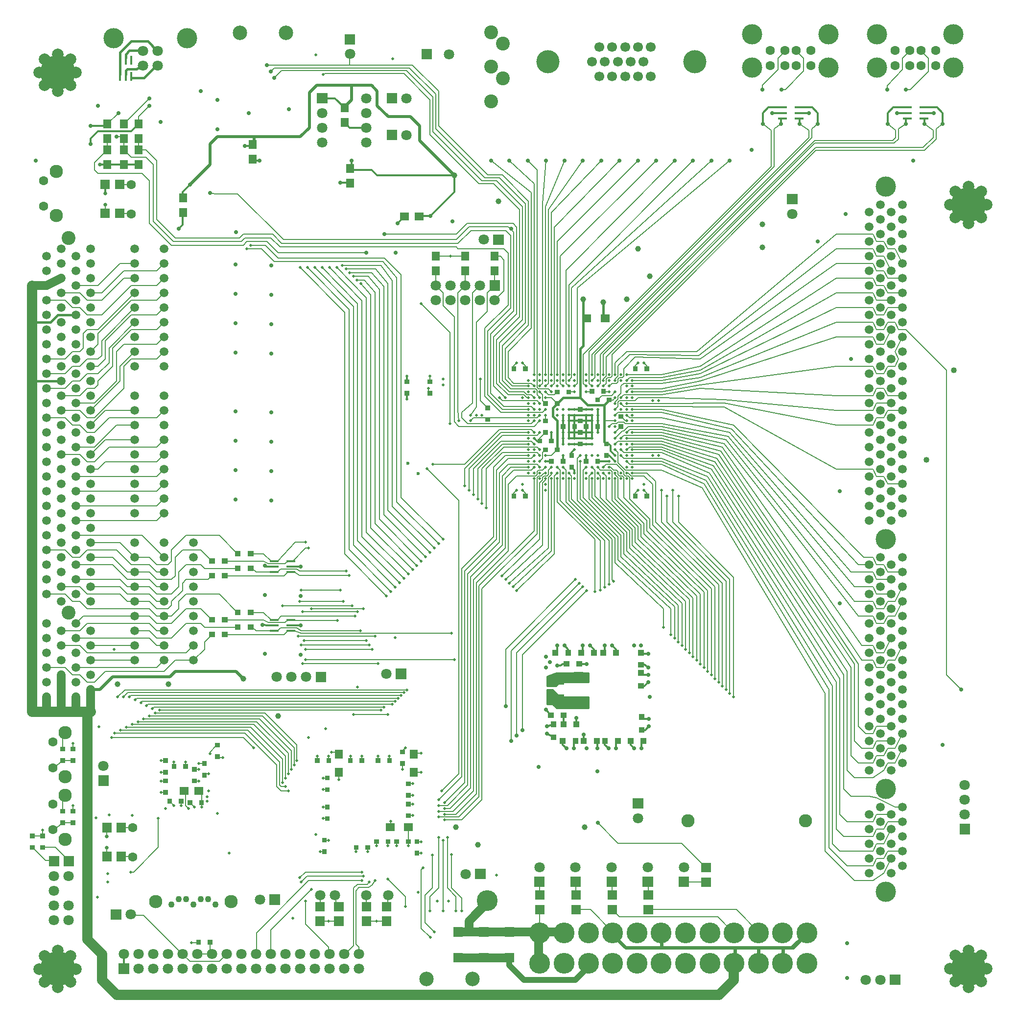
<source format=gbr>
%FSLAX34Y34*%
%MOMM*%
%LNCOPPER_BOTTOM*%
G71*
G01*
%ADD10C, 0.46*%
%ADD11C, 0.70*%
%ADD12C, 1.80*%
%ADD13C, 1.60*%
%ADD14C, 2.30*%
%ADD15C, 1.50*%
%ADD16C, 2.40*%
%ADD17C, 0.63*%
%ADD18C, 1.00*%
%ADD19C, 1.10*%
%ADD20C, 2.30*%
%ADD21C, 2.50*%
%ADD22C, 1.80*%
%ADD23C, 0.60*%
%ADD24C, 2.40*%
%ADD25C, 1.70*%
%ADD26C, 2.29*%
%ADD27C, 1.02*%
%ADD28C, 3.50*%
%ADD29C, 3.60*%
%ADD30C, 4.00*%
%ADD31C, 6.00*%
%ADD32C, 0.20*%
%ADD33C, 0.15*%
%ADD34C, 1.50*%
%ADD35C, 0.40*%
%ADD36C, 1.80*%
%ADD37C, 0.50*%
%ADD38C, 0.30*%
%ADD39C, 0.13*%
%ADD40C, 1.00*%
%ADD41C, 0.18*%
%ADD42C, 0.60*%
%ADD43C, 0.15*%
%ADD44C, 0.25*%
%ADD45C, 0.80*%
%ADD46C, 2.00*%
%ADD47R, 1.42X1.52*%
%ADD48R, 0.42X1.50*%
%ADD49R, 1.50X0.42*%
%ADD50R, 1.52X1.42*%
%ADD51R, 1.50X0.42*%
%ADD52R, 1.50X0.42*%
%LPD*%
X35001Y297510D02*
G54D10*
D03*
X23368Y1454810D02*
G54D11*
D03*
X55118Y167335D02*
G54D12*
D03*
X80518Y167335D02*
G54D12*
D03*
X55118Y192735D02*
G54D12*
D03*
G36*
X46114Y252538D02*
X64122Y252538D01*
X64122Y234530D01*
X46114Y234530D01*
X46114Y252538D01*
G37*
G36*
X71514Y252538D02*
X89522Y252538D01*
X89522Y234530D01*
X71514Y234530D01*
X71514Y252538D01*
G37*
X53086Y298044D02*
G54D13*
D03*
X53086Y342493D02*
G54D13*
D03*
X87503Y340004D02*
G54D10*
D03*
X74168Y389585D02*
G54D14*
D03*
X53086Y405079D02*
G54D13*
D03*
X74168Y465784D02*
G54D14*
D03*
X53086Y449529D02*
G54D13*
D03*
X87503Y447497D02*
G54D10*
D03*
X93218Y527710D02*
G54D15*
D03*
X67818Y565810D02*
G54D15*
D03*
X93218Y553110D02*
G54D15*
D03*
X93218Y578510D02*
G54D15*
D03*
X67818Y540410D02*
G54D15*
D03*
X93218Y603910D02*
G54D15*
D03*
X67818Y642010D02*
G54D15*
D03*
X93218Y629310D02*
G54D15*
D03*
X93218Y654710D02*
G54D15*
D03*
X67818Y616610D02*
G54D15*
D03*
X67818Y718210D02*
G54D15*
D03*
X93218Y730910D02*
G54D15*
D03*
X93218Y705510D02*
G54D15*
D03*
X67818Y692810D02*
G54D15*
D03*
X93218Y756310D02*
G54D15*
D03*
X67818Y794410D02*
G54D15*
D03*
X93218Y807110D02*
G54D15*
D03*
X67818Y769010D02*
G54D15*
D03*
X93218Y781710D02*
G54D15*
D03*
X93218Y832510D02*
G54D15*
D03*
X93218Y883310D02*
G54D15*
D03*
X67818Y870610D02*
G54D15*
D03*
X67818Y845210D02*
G54D15*
D03*
X93218Y857910D02*
G54D15*
D03*
X93218Y908710D02*
G54D15*
D03*
X67818Y946810D02*
G54D15*
D03*
X93218Y959510D02*
G54D15*
D03*
X67818Y921410D02*
G54D15*
D03*
X93218Y934110D02*
G54D15*
D03*
X93218Y984910D02*
G54D15*
D03*
X67818Y1023010D02*
G54D15*
D03*
X93218Y1035710D02*
G54D15*
D03*
X93218Y1010310D02*
G54D15*
D03*
X67818Y997610D02*
G54D15*
D03*
X93218Y1061110D02*
G54D15*
D03*
X67818Y1099210D02*
G54D15*
D03*
X93218Y1111910D02*
G54D15*
D03*
X67818Y1073810D02*
G54D15*
D03*
X93218Y1086510D02*
G54D15*
D03*
X93218Y1137310D02*
G54D15*
D03*
X67818Y1175410D02*
G54D15*
D03*
X93218Y1188110D02*
G54D15*
D03*
X67818Y1150010D02*
G54D15*
D03*
X93218Y1162710D02*
G54D15*
D03*
X93218Y1213510D02*
G54D15*
D03*
X93218Y1264310D02*
G54D15*
D03*
X67818Y1251610D02*
G54D15*
D03*
X67818Y1226210D02*
G54D15*
D03*
X93218Y1238910D02*
G54D15*
D03*
X93218Y1289710D02*
G54D15*
D03*
X67818Y1302410D02*
G54D15*
D03*
X80518Y1321460D02*
G54D16*
D03*
X175768Y83210D02*
G54D12*
D03*
G36*
X153302Y160490D02*
X171310Y160490D01*
X171310Y142482D01*
X153302Y142482D01*
X153302Y160490D01*
G37*
X129997Y181254D02*
G54D10*
D03*
X187503Y224993D02*
G54D10*
D03*
X146354Y266700D02*
G54D17*
D03*
X147498Y222504D02*
G54D10*
D03*
X190018Y322503D02*
G54D10*
D03*
X127508Y318744D02*
G54D10*
D03*
X150012Y323748D02*
G54D10*
D03*
X140335Y408457D02*
G54D12*
D03*
G36*
X131331Y392061D02*
X149339Y392061D01*
X149339Y374053D01*
X131331Y374053D01*
X131331Y392061D01*
G37*
X159995Y464998D02*
G54D10*
D03*
X170002Y470001D02*
G54D10*
D03*
X180010Y475005D02*
G54D10*
D03*
X190018Y480009D02*
G54D10*
D03*
X155016Y457505D02*
G54D10*
D03*
X132512Y476250D02*
G54D10*
D03*
X185014Y527506D02*
G54D10*
D03*
X164998Y549986D02*
G54D18*
D03*
X175006Y527506D02*
G54D10*
D03*
X164998Y527506D02*
G54D10*
D03*
X158750Y610006D02*
G54D10*
D03*
X143459Y1398524D02*
G54D17*
D03*
X143459Y1378534D02*
G54D17*
D03*
X163068Y1496085D02*
G54D11*
D03*
X134493Y1448460D02*
G54D17*
D03*
X131318Y1550060D02*
G54D11*
D03*
X166243Y1537360D02*
G54D11*
D03*
X251968Y83210D02*
G54D12*
D03*
X226568Y83210D02*
G54D12*
D03*
X257988Y168960D02*
G54D19*
D03*
X230988Y173735D02*
G54D20*
D03*
X262509Y340004D02*
G54D10*
D03*
X235001Y317500D02*
G54D10*
D03*
X247498Y335001D02*
G54D10*
D03*
X240004Y417499D02*
G54D10*
D03*
X262509Y414985D02*
G54D10*
D03*
X240004Y397509D02*
G54D10*
D03*
X240004Y382498D02*
G54D10*
D03*
X200000Y484988D02*
G54D10*
D03*
X210007Y489991D02*
G54D10*
D03*
X220015Y494995D02*
G54D10*
D03*
X229997Y499998D02*
G54D10*
D03*
X237515Y505003D02*
G54D10*
D03*
X224993Y507492D02*
G54D10*
D03*
X252501Y549986D02*
G54D18*
D03*
X245618Y642010D02*
G54D15*
D03*
X245618Y616610D02*
G54D15*
D03*
X245618Y718210D02*
G54D15*
D03*
X245618Y692810D02*
G54D15*
D03*
X245618Y794410D02*
G54D15*
D03*
X245618Y769010D02*
G54D15*
D03*
X245618Y845210D02*
G54D15*
D03*
X245618Y870610D02*
G54D15*
D03*
X245618Y921410D02*
G54D15*
D03*
X245618Y946810D02*
G54D15*
D03*
X245618Y997610D02*
G54D15*
D03*
X245618Y1023010D02*
G54D15*
D03*
X245618Y1099210D02*
G54D15*
D03*
X245618Y1175410D02*
G54D15*
D03*
X245618Y1150010D02*
G54D15*
D03*
X245618Y1251610D02*
G54D15*
D03*
X245618Y1226210D02*
G54D15*
D03*
X245618Y1302410D02*
G54D15*
D03*
X239268Y1521485D02*
G54D11*
D03*
X220218Y1562760D02*
G54D11*
D03*
X220218Y1550060D02*
G54D11*
D03*
X233959Y1644624D02*
G54D12*
D03*
X233959Y1619225D02*
G54D12*
D03*
X208560Y1644624D02*
G54D12*
D03*
X208560Y1619225D02*
G54D12*
D03*
X328168Y83210D02*
G54D12*
D03*
X302768Y83210D02*
G54D12*
D03*
X292506Y102489D02*
G54D10*
D03*
X283388Y178485D02*
G54D19*
D03*
X321488Y178485D02*
G54D19*
D03*
X308788Y178485D02*
G54D19*
D03*
X334188Y168960D02*
G54D19*
D03*
X296088Y168960D02*
G54D19*
D03*
X287502Y335001D02*
G54D10*
D03*
X310007Y337490D02*
G54D10*
D03*
X320014Y347497D02*
G54D10*
D03*
X320014Y354990D02*
G54D10*
D03*
X297510Y337490D02*
G54D10*
D03*
X337516Y326238D02*
G54D10*
D03*
X282499Y414985D02*
G54D10*
D03*
X305004Y412496D02*
G54D10*
D03*
X305004Y402488D02*
G54D10*
D03*
X322504Y394995D02*
G54D10*
D03*
X305004Y382498D02*
G54D10*
D03*
X324993Y429285D02*
G54D10*
D03*
X296418Y616610D02*
G54D15*
D03*
X296418Y642010D02*
G54D15*
D03*
X296418Y692810D02*
G54D15*
D03*
X296418Y718210D02*
G54D15*
D03*
X296418Y769010D02*
G54D15*
D03*
X296418Y794410D02*
G54D15*
D03*
X324993Y1399412D02*
G54D11*
D03*
X290068Y1413535D02*
G54D11*
D03*
X309118Y1575460D02*
G54D11*
D03*
X337693Y1559585D02*
G54D11*
D03*
X404368Y83210D02*
G54D12*
D03*
X378968Y83210D02*
G54D12*
D03*
X411048Y177241D02*
G54D12*
D03*
X357505Y257504D02*
G54D10*
D03*
X382143Y559460D02*
G54D18*
D03*
X415010Y652501D02*
G54D11*
D03*
X368580Y869010D02*
G54D11*
D03*
X368580Y919810D02*
G54D11*
D03*
X368580Y1021409D02*
G54D11*
D03*
X368580Y1173810D02*
G54D11*
D03*
X368580Y1224610D02*
G54D11*
D03*
X388493Y1302410D02*
G54D10*
D03*
X394843Y1308760D02*
G54D10*
D03*
X369443Y1330985D02*
G54D11*
D03*
X410718Y1454810D02*
G54D11*
D03*
X385318Y1480210D02*
G54D11*
D03*
X391668Y1537360D02*
G54D11*
D03*
X376022Y1675866D02*
G54D21*
D03*
X480568Y83210D02*
G54D12*
D03*
X455168Y83210D02*
G54D12*
D03*
X490016Y175006D02*
G54D10*
D03*
G36*
X427444Y186245D02*
X445453Y186245D01*
X445453Y168237D01*
X427444Y168237D01*
X427444Y186245D01*
G37*
X467512Y145008D02*
G54D10*
D03*
X480009Y214986D02*
G54D10*
D03*
X459994Y394995D02*
G54D10*
D03*
X450012Y380009D02*
G54D10*
D03*
X455016Y387502D02*
G54D10*
D03*
X464998Y402488D02*
G54D10*
D03*
X470002Y410007D02*
G54D10*
D03*
X475006Y417499D02*
G54D10*
D03*
X455016Y372491D02*
G54D10*
D03*
X442494Y494995D02*
G54D18*
D03*
X494995Y457505D02*
G54D10*
D03*
X485013Y584987D02*
G54D10*
D03*
X440258Y562254D02*
G54D12*
D03*
X465658Y562254D02*
G54D12*
D03*
X481280Y651535D02*
G54D11*
D03*
X481280Y600735D02*
G54D11*
D03*
X490016Y610006D02*
G54D10*
D03*
X482498Y617499D02*
G54D10*
D03*
X487502Y624992D02*
G54D10*
D03*
X477494Y632485D02*
G54D10*
D03*
X481280Y702335D02*
G54D11*
D03*
X485013Y675005D02*
G54D10*
D03*
X450012Y684987D02*
G54D10*
D03*
X480009Y692505D02*
G54D10*
D03*
X482498Y712495D02*
G54D10*
D03*
X481280Y753135D02*
G54D11*
D03*
X494995Y784987D02*
G54D10*
D03*
X490016Y794994D02*
G54D10*
D03*
X430479Y867435D02*
G54D11*
D03*
X430479Y918235D02*
G54D11*
D03*
X430479Y1019835D02*
G54D11*
D03*
X430479Y1172235D02*
G54D11*
D03*
X430479Y1223035D02*
G54D11*
D03*
X480568Y1270660D02*
G54D10*
D03*
X493268Y1270660D02*
G54D10*
D03*
X461518Y1543710D02*
G54D11*
D03*
X429768Y1608784D02*
G54D11*
D03*
X436118Y1597685D02*
G54D11*
D03*
X456032Y1675866D02*
G54D21*
D03*
X556768Y83210D02*
G54D12*
D03*
X531368Y83210D02*
G54D12*
D03*
X515112Y184988D02*
G54D22*
D03*
X540512Y184988D02*
G54D22*
D03*
X529996Y140005D02*
G54D10*
D03*
X515010Y259994D02*
G54D10*
D03*
X529996Y280009D02*
G54D10*
D03*
X520014Y337490D02*
G54D10*
D03*
X520014Y317500D02*
G54D10*
D03*
X520014Y387502D02*
G54D10*
D03*
X520014Y367487D02*
G54D10*
D03*
X567512Y424992D02*
G54D10*
D03*
X529996Y424992D02*
G54D10*
D03*
X510007Y424992D02*
G54D10*
D03*
X547497Y384987D02*
G54D10*
D03*
X535000Y432485D02*
G54D10*
D03*
X525018Y472490D02*
G54D10*
D03*
G36*
X507454Y571258D02*
X525462Y571258D01*
X525462Y553250D01*
X507454Y553250D01*
X507454Y571258D01*
G37*
X545008Y659993D02*
G54D10*
D03*
X570001Y684987D02*
G54D10*
D03*
X555015Y692505D02*
G54D10*
D03*
X550012Y712495D02*
G54D10*
D03*
X564998Y737489D02*
G54D10*
D03*
X505968Y1270660D02*
G54D10*
D03*
X518668Y1270660D02*
G54D10*
D03*
X531368Y1270660D02*
G54D10*
D03*
X544068Y1270660D02*
G54D10*
D03*
X559943Y1267485D02*
G54D10*
D03*
X566293Y1261135D02*
G54D10*
D03*
X550418Y1416710D02*
G54D11*
D03*
X518668Y1486560D02*
G54D12*
D03*
X569468Y1454810D02*
G54D11*
D03*
G36*
X509664Y1571764D02*
X527672Y1571764D01*
X527672Y1553756D01*
X509664Y1553756D01*
X509664Y1571764D01*
G37*
X518668Y1537360D02*
G54D12*
D03*
X507543Y1637360D02*
G54D10*
D03*
X520242Y1604035D02*
G54D10*
D03*
X594944Y184988D02*
G54D22*
D03*
X633044Y184988D02*
G54D22*
D03*
X612496Y140005D02*
G54D10*
D03*
X647497Y270002D02*
G54D10*
D03*
X612496Y270002D02*
G54D10*
D03*
X632511Y270002D02*
G54D10*
D03*
X597510Y259994D02*
G54D10*
D03*
X587502Y224993D02*
G54D10*
D03*
X590016Y217500D02*
G54D10*
D03*
X637514Y312496D02*
G54D10*
D03*
X587502Y424992D02*
G54D10*
D03*
X635000Y424992D02*
G54D10*
D03*
X615010Y424992D02*
G54D10*
D03*
X620014Y505003D02*
G54D10*
D03*
X625018Y510006D02*
G54D10*
D03*
X632511Y497509D02*
G54D10*
D03*
X645008Y519988D02*
G54D10*
D03*
X615010Y584987D02*
G54D10*
D03*
X629616Y567486D02*
G54D12*
D03*
X599999Y617499D02*
G54D10*
D03*
X605002Y610006D02*
G54D10*
D03*
X585013Y642493D02*
G54D10*
D03*
X594995Y624992D02*
G54D10*
D03*
X610006Y632485D02*
G54D10*
D03*
X645008Y629996D02*
G54D10*
D03*
X590016Y680009D02*
G54D10*
D03*
X645008Y717499D02*
G54D10*
D03*
X637514Y710006D02*
G54D10*
D03*
X629996Y702487D02*
G54D10*
D03*
X585343Y1242085D02*
G54D10*
D03*
X626618Y1327810D02*
G54D11*
D03*
X594868Y1296060D02*
G54D11*
D03*
X645668Y1296060D02*
G54D11*
D03*
X594868Y1486560D02*
G54D12*
D03*
X594868Y1562760D02*
G54D12*
D03*
X594868Y1537360D02*
G54D12*
D03*
G36*
X630314Y1571764D02*
X648322Y1571764D01*
X648322Y1553756D01*
X630314Y1553756D01*
X630314Y1571764D01*
G37*
X640892Y1631010D02*
G54D10*
D03*
X698754Y39929D02*
G54D21*
D03*
X712343Y121310D02*
G54D10*
D03*
X705993Y111785D02*
G54D10*
D03*
X705002Y157505D02*
G54D10*
D03*
X717499Y175006D02*
G54D10*
D03*
X662508Y164998D02*
G54D10*
D03*
X685012Y189992D02*
G54D10*
D03*
X667512Y270002D02*
G54D10*
D03*
X690016Y257504D02*
G54D10*
D03*
X690016Y277494D02*
G54D10*
D03*
X709168Y254660D02*
G54D10*
D03*
X693293Y232435D02*
G54D10*
D03*
X675005Y322503D02*
G54D10*
D03*
X675005Y342493D02*
G54D10*
D03*
X675005Y357505D02*
G54D10*
D03*
X720014Y319989D02*
G54D10*
D03*
X720014Y329996D02*
G54D10*
D03*
X720014Y340004D02*
G54D10*
D03*
X720014Y349986D02*
G54D10*
D03*
X675005Y377494D02*
G54D10*
D03*
X690016Y429996D02*
G54D10*
D03*
X657504Y402488D02*
G54D10*
D03*
X690016Y397509D02*
G54D10*
D03*
X659994Y535000D02*
G54D10*
D03*
X664998Y540004D02*
G54D10*
D03*
X659994Y732485D02*
G54D10*
D03*
X712496Y784987D02*
G54D10*
D03*
X697510Y770000D02*
G54D10*
D03*
X690016Y762507D02*
G54D10*
D03*
X705002Y777494D02*
G54D10*
D03*
X682498Y754990D02*
G54D10*
D03*
X720014Y792505D02*
G54D10*
D03*
X684479Y913815D02*
G54D23*
D03*
X666801Y931494D02*
G54D23*
D03*
X710006Y929995D02*
G54D10*
D03*
X699998Y922503D02*
G54D10*
D03*
X664998Y1042491D02*
G54D10*
D03*
X664998Y1082497D02*
G54D10*
D03*
X705002Y1082497D02*
G54D10*
D03*
X702818Y1061110D02*
G54D10*
D03*
X715518Y1213510D02*
G54D12*
D03*
X715518Y1238910D02*
G54D12*
D03*
X690016Y1207490D02*
G54D10*
D03*
X705993Y1359560D02*
G54D11*
D03*
X664718Y1562760D02*
G54D12*
D03*
G36*
X690638Y1647964D02*
X708648Y1647964D01*
X708648Y1629956D01*
X690638Y1629956D01*
X690638Y1647964D01*
G37*
X778764Y39929D02*
G54D21*
D03*
X769493Y76860D02*
G54D11*
D03*
X737514Y175006D02*
G54D10*
D03*
X750011Y157505D02*
G54D10*
D03*
X759994Y157505D02*
G54D10*
D03*
X766648Y221691D02*
G54D12*
D03*
G36*
X783044Y230695D02*
X801052Y230695D01*
X801052Y212687D01*
X783044Y212687D01*
X783044Y230695D01*
G37*
X787502Y272491D02*
G54D18*
D03*
X742492Y254990D02*
G54D10*
D03*
X750011Y302488D02*
G54D18*
D03*
X742492Y637489D02*
G54D10*
D03*
X772516Y884986D02*
G54D10*
D03*
X780008Y877494D02*
G54D10*
D03*
X787502Y870000D02*
G54D10*
D03*
X794994Y862507D02*
G54D10*
D03*
X794994Y1015009D02*
G54D10*
D03*
X785012Y1015009D02*
G54D10*
D03*
X775004Y1015009D02*
G54D10*
D03*
X755015Y1005001D02*
G54D10*
D03*
X740004Y999998D02*
G54D10*
D03*
X775004Y1005001D02*
G54D10*
D03*
X792506Y1077493D02*
G54D10*
D03*
X766318Y1213510D02*
G54D12*
D03*
X766318Y1238910D02*
G54D12*
D03*
X791718Y1213510D02*
G54D12*
D03*
X791718Y1238910D02*
G54D12*
D03*
X740918Y1213510D02*
G54D12*
D03*
X740918Y1238910D02*
G54D12*
D03*
X740918Y1289710D02*
G54D10*
D03*
X813943Y76860D02*
G54D11*
D03*
X820014Y219989D02*
G54D10*
D03*
X864743Y470560D02*
G54D11*
D03*
X855218Y461035D02*
G54D11*
D03*
X845693Y451510D02*
G54D11*
D03*
X855218Y711860D02*
G54D10*
D03*
X848868Y718210D02*
G54D10*
D03*
X842518Y724560D02*
G54D10*
D03*
X836168Y730910D02*
G54D10*
D03*
X829818Y737260D02*
G54D10*
D03*
X864997Y884986D02*
G54D10*
D03*
X855015Y884986D02*
G54D10*
D03*
X875004Y924992D02*
G54D10*
D03*
X875004Y915009D02*
G54D10*
D03*
X875004Y954989D02*
G54D10*
D03*
X875004Y945007D02*
G54D10*
D03*
X875004Y934999D02*
G54D10*
D03*
X875004Y964996D02*
G54D10*
D03*
X875004Y1005001D02*
G54D10*
D03*
X875004Y984986D02*
G54D10*
D03*
X875004Y1024991D02*
G54D10*
D03*
X875004Y1015009D02*
G54D10*
D03*
X875004Y1034999D02*
G54D10*
D03*
X864997Y1105001D02*
G54D10*
D03*
X855015Y1105001D02*
G54D10*
D03*
X875004Y1075004D02*
G54D10*
D03*
X875004Y1064996D02*
G54D10*
D03*
X875004Y1054989D02*
G54D10*
D03*
X817118Y1213510D02*
G54D12*
D03*
G36*
X808114Y1247914D02*
X826122Y1247914D01*
X826122Y1229906D01*
X808114Y1229906D01*
X808114Y1247914D01*
G37*
G36*
X814464Y1327289D02*
X832472Y1327289D01*
X832472Y1309281D01*
X814464Y1309281D01*
X814464Y1327289D01*
G37*
X845693Y1337335D02*
G54D11*
D03*
X823468Y1384960D02*
G54D18*
D03*
X810768Y1454810D02*
G54D11*
D03*
X842518Y1454810D02*
G54D11*
D03*
X874268Y1454810D02*
G54D11*
D03*
X830758Y1597050D02*
G54D24*
D03*
X894207Y233350D02*
G54D12*
D03*
X893318Y407060D02*
G54D11*
D03*
X907593Y476910D02*
G54D11*
D03*
X907593Y464210D02*
G54D11*
D03*
X906018Y505485D02*
G54D11*
D03*
X912368Y524535D02*
G54D11*
D03*
X906018Y578510D02*
G54D11*
D03*
X912368Y559460D02*
G54D11*
D03*
X912368Y549935D02*
G54D11*
D03*
X912368Y537235D02*
G54D11*
D03*
X925068Y581685D02*
G54D11*
D03*
X906018Y597560D02*
G54D11*
D03*
X925068Y616610D02*
G54D11*
D03*
X937768Y616610D02*
G54D11*
D03*
X905002Y884986D02*
G54D10*
D03*
X894994Y924992D02*
G54D10*
D03*
X894994Y905002D02*
G54D10*
D03*
X894994Y915009D02*
G54D10*
D03*
X894994Y954989D02*
G54D10*
D03*
X894994Y945007D02*
G54D10*
D03*
X894994Y934999D02*
G54D10*
D03*
X885012Y924992D02*
G54D10*
D03*
X885012Y905002D02*
G54D10*
D03*
X885012Y915009D02*
G54D10*
D03*
X885012Y954989D02*
G54D10*
D03*
X885012Y945007D02*
G54D10*
D03*
X885012Y934999D02*
G54D10*
D03*
X935000Y924992D02*
G54D10*
D03*
X925018Y924992D02*
G54D10*
D03*
X925018Y915009D02*
G54D10*
D03*
X925018Y905002D02*
G54D10*
D03*
X935000Y905002D02*
G54D10*
D03*
X935000Y915009D02*
G54D10*
D03*
X915010Y924992D02*
G54D10*
D03*
X915010Y915009D02*
G54D10*
D03*
X915010Y905002D02*
G54D10*
D03*
X935000Y945007D02*
G54D10*
D03*
X905002Y924992D02*
G54D10*
D03*
X905002Y915009D02*
G54D10*
D03*
X905002Y905002D02*
G54D10*
D03*
X905002Y945007D02*
G54D10*
D03*
X905002Y934999D02*
G54D10*
D03*
X885012Y964996D02*
G54D10*
D03*
X935000Y964996D02*
G54D10*
D03*
X945007Y915009D02*
G54D10*
D03*
X945007Y905002D02*
G54D10*
D03*
X945007Y964996D02*
G54D10*
D03*
X894994Y1005001D02*
G54D10*
D03*
X894994Y984986D02*
G54D10*
D03*
X894994Y1024991D02*
G54D10*
D03*
X894994Y1015009D02*
G54D10*
D03*
X885012Y1005001D02*
G54D10*
D03*
X885012Y984986D02*
G54D10*
D03*
X885012Y1024991D02*
G54D10*
D03*
X885012Y1015009D02*
G54D10*
D03*
X935000Y1005001D02*
G54D10*
D03*
X935000Y984986D02*
G54D10*
D03*
X915010Y984986D02*
G54D10*
D03*
X925018Y1024991D02*
G54D10*
D03*
X935000Y1024991D02*
G54D10*
D03*
X925018Y1015009D02*
G54D10*
D03*
X935000Y1015009D02*
G54D10*
D03*
X905002Y1024991D02*
G54D10*
D03*
X905002Y1015009D02*
G54D10*
D03*
X894994Y1034999D02*
G54D10*
D03*
X885012Y1034999D02*
G54D10*
D03*
X945007Y1005001D02*
G54D10*
D03*
X945007Y984986D02*
G54D10*
D03*
X945007Y1024991D02*
G54D10*
D03*
X945007Y1015009D02*
G54D10*
D03*
X894994Y1075004D02*
G54D10*
D03*
X894994Y1084986D02*
G54D10*
D03*
X894994Y1064996D02*
G54D10*
D03*
X894994Y1054989D02*
G54D10*
D03*
X885012Y1075004D02*
G54D10*
D03*
X885012Y1084986D02*
G54D10*
D03*
X885012Y1064996D02*
G54D10*
D03*
X885012Y1054989D02*
G54D10*
D03*
X925018Y1075004D02*
G54D10*
D03*
X935000Y1075004D02*
G54D10*
D03*
X925018Y1084986D02*
G54D10*
D03*
X935000Y1084986D02*
G54D10*
D03*
X935000Y1064996D02*
G54D10*
D03*
X925018Y1064996D02*
G54D10*
D03*
X915010Y1075004D02*
G54D10*
D03*
X915010Y1084986D02*
G54D10*
D03*
X915010Y1064996D02*
G54D10*
D03*
X915010Y1054989D02*
G54D10*
D03*
X905002Y1075004D02*
G54D10*
D03*
X905002Y1084986D02*
G54D10*
D03*
X905002Y1064996D02*
G54D10*
D03*
X905002Y1054989D02*
G54D10*
D03*
X945007Y1075004D02*
G54D10*
D03*
X945007Y1084986D02*
G54D10*
D03*
X945007Y1064996D02*
G54D10*
D03*
X906018Y1454810D02*
G54D11*
D03*
X937768Y1454810D02*
G54D11*
D03*
X1019200Y233350D02*
G54D12*
D03*
X972261Y302386D02*
G54D18*
D03*
X994994Y310007D02*
G54D11*
D03*
X994918Y399110D02*
G54D11*
D03*
X971093Y462610D02*
G54D11*
D03*
X975868Y584860D02*
G54D11*
D03*
X975868Y522935D02*
G54D11*
D03*
X975868Y565810D02*
G54D11*
D03*
X975868Y556285D02*
G54D11*
D03*
X1007618Y616610D02*
G54D11*
D03*
X1020318Y616610D02*
G54D11*
D03*
X969518Y616610D02*
G54D11*
D03*
X982218Y616610D02*
G54D11*
D03*
X963168Y724560D02*
G54D10*
D03*
X969518Y718210D02*
G54D10*
D03*
X975868Y711860D02*
G54D10*
D03*
X990016Y710006D02*
G54D10*
D03*
X999998Y712495D02*
G54D10*
D03*
X1007516Y717499D02*
G54D10*
D03*
X1015010Y722502D02*
G54D10*
D03*
X1022502Y727507D02*
G54D10*
D03*
X964997Y945007D02*
G54D10*
D03*
X964997Y934999D02*
G54D10*
D03*
X985012Y924992D02*
G54D10*
D03*
X985012Y915009D02*
G54D10*
D03*
X985012Y905002D02*
G54D10*
D03*
X1015010Y924992D02*
G54D10*
D03*
X994994Y924992D02*
G54D10*
D03*
X1005002Y924992D02*
G54D10*
D03*
X1015010Y905002D02*
G54D10*
D03*
X1015010Y915009D02*
G54D10*
D03*
X1005002Y915009D02*
G54D10*
D03*
X994994Y915009D02*
G54D10*
D03*
X994994Y905002D02*
G54D10*
D03*
X1005002Y905002D02*
G54D10*
D03*
X985012Y945007D02*
G54D10*
D03*
X994994Y945007D02*
G54D10*
D03*
X1015010Y934999D02*
G54D10*
D03*
X975004Y924992D02*
G54D10*
D03*
X975004Y905002D02*
G54D10*
D03*
X975004Y915009D02*
G54D10*
D03*
X975004Y945007D02*
G54D10*
D03*
X985012Y964996D02*
G54D10*
D03*
X975004Y964996D02*
G54D10*
D03*
X1025017Y915009D02*
G54D10*
D03*
X1025017Y905002D02*
G54D10*
D03*
X1025017Y954989D02*
G54D10*
D03*
X1025017Y945007D02*
G54D10*
D03*
X1025017Y934999D02*
G54D10*
D03*
X1025017Y964996D02*
G54D10*
D03*
X985012Y1005001D02*
G54D10*
D03*
X985012Y984986D02*
G54D10*
D03*
X1015010Y994994D02*
G54D10*
D03*
X994994Y1005001D02*
G54D10*
D03*
X994994Y984986D02*
G54D10*
D03*
X985012Y1024991D02*
G54D10*
D03*
X994994Y1024991D02*
G54D10*
D03*
X985012Y1015009D02*
G54D10*
D03*
X994994Y1015009D02*
G54D10*
D03*
X975004Y1005001D02*
G54D10*
D03*
X975004Y984986D02*
G54D10*
D03*
X975004Y1024991D02*
G54D10*
D03*
X975004Y1015009D02*
G54D10*
D03*
X1025017Y994994D02*
G54D10*
D03*
X1025017Y1005001D02*
G54D10*
D03*
X1025017Y984986D02*
G54D10*
D03*
X1025017Y1024991D02*
G54D10*
D03*
X1025017Y1015009D02*
G54D10*
D03*
X1025017Y1034999D02*
G54D10*
D03*
X985012Y1075004D02*
G54D10*
D03*
X985012Y1084986D02*
G54D10*
D03*
X985012Y1064996D02*
G54D10*
D03*
X1015010Y1075004D02*
G54D10*
D03*
X1005002Y1075004D02*
G54D10*
D03*
X994994Y1075004D02*
G54D10*
D03*
X1015010Y1084986D02*
G54D10*
D03*
X1005002Y1084986D02*
G54D10*
D03*
X994994Y1084986D02*
G54D10*
D03*
X1015010Y1064996D02*
G54D10*
D03*
X994994Y1064996D02*
G54D10*
D03*
X1005002Y1064996D02*
G54D10*
D03*
X1015010Y1054989D02*
G54D10*
D03*
X975004Y1075004D02*
G54D10*
D03*
X975004Y1084986D02*
G54D10*
D03*
X975004Y1064996D02*
G54D10*
D03*
X975004Y1054989D02*
G54D10*
D03*
X1025017Y1075004D02*
G54D10*
D03*
X1025017Y1084986D02*
G54D10*
D03*
X1025017Y1054989D02*
G54D10*
D03*
X970000Y1215009D02*
G54D18*
D03*
X1005002Y1210004D02*
G54D18*
D03*
X969518Y1454810D02*
G54D11*
D03*
X1001268Y1454810D02*
G54D11*
D03*
X985393Y1626260D02*
G54D25*
D03*
X1007618Y1626260D02*
G54D25*
D03*
X998093Y1600860D02*
G54D25*
D03*
X1020318Y1600860D02*
G54D25*
D03*
X1081710Y233350D02*
G54D12*
D03*
X1064768Y318160D02*
G54D12*
D03*
G36*
X1055764Y352564D02*
X1073772Y352564D01*
X1073772Y334556D01*
X1055764Y334556D01*
X1055764Y352564D01*
G37*
X1083818Y489610D02*
G54D11*
D03*
X1083818Y476910D02*
G54D11*
D03*
X1085392Y527710D02*
G54D11*
D03*
X1082218Y565810D02*
G54D11*
D03*
X1082218Y553110D02*
G54D11*
D03*
X1082218Y578510D02*
G54D11*
D03*
X1082218Y602310D02*
G54D11*
D03*
X1058418Y616610D02*
G54D11*
D03*
X1069518Y616610D02*
G54D11*
D03*
X1075004Y884986D02*
G54D10*
D03*
X1064996Y884986D02*
G54D10*
D03*
X1045006Y924992D02*
G54D10*
D03*
X1045006Y915009D02*
G54D10*
D03*
X1045006Y905002D02*
G54D10*
D03*
X1045006Y954989D02*
G54D10*
D03*
X1045006Y945007D02*
G54D10*
D03*
X1045006Y934999D02*
G54D10*
D03*
X1055014Y924992D02*
G54D10*
D03*
X1055014Y915009D02*
G54D10*
D03*
X1055014Y905002D02*
G54D10*
D03*
X1055014Y954989D02*
G54D10*
D03*
X1055014Y945007D02*
G54D10*
D03*
X1055014Y934999D02*
G54D10*
D03*
X1045006Y964996D02*
G54D10*
D03*
X1055014Y964996D02*
G54D10*
D03*
X1099998Y945007D02*
G54D10*
D03*
X1090016Y945007D02*
G54D10*
D03*
X1045006Y1005001D02*
G54D10*
D03*
X1045006Y984986D02*
G54D10*
D03*
X1045006Y1024991D02*
G54D10*
D03*
X1045006Y1015009D02*
G54D10*
D03*
X1045006Y1034999D02*
G54D10*
D03*
X1055014Y1005001D02*
G54D10*
D03*
X1055014Y984986D02*
G54D10*
D03*
X1055014Y1024991D02*
G54D10*
D03*
X1055014Y1015009D02*
G54D10*
D03*
X1099998Y1040002D02*
G54D10*
D03*
X1090016Y1040002D02*
G54D10*
D03*
X1045006Y1075004D02*
G54D10*
D03*
X1045006Y1084986D02*
G54D10*
D03*
X1045006Y1064996D02*
G54D10*
D03*
X1045006Y1054989D02*
G54D10*
D03*
X1075004Y1105001D02*
G54D10*
D03*
X1064996Y1105001D02*
G54D10*
D03*
X1055014Y1075004D02*
G54D10*
D03*
X1055014Y1064996D02*
G54D10*
D03*
X1055014Y1054989D02*
G54D10*
D03*
X1045006Y1215009D02*
G54D18*
D03*
X1085012Y1254988D02*
G54D18*
D03*
X1064768Y1302410D02*
G54D18*
D03*
X1064768Y1454810D02*
G54D11*
D03*
X1096518Y1454810D02*
G54D11*
D03*
X1052068Y1626260D02*
G54D25*
D03*
X1074293Y1626260D02*
G54D25*
D03*
X1064768Y1600860D02*
G54D25*
D03*
X1086993Y1600860D02*
G54D25*
D03*
X1144194Y233350D02*
G54D12*
D03*
X1151534Y313410D02*
G54D26*
D03*
X1172718Y584860D02*
G54D10*
D03*
X1179068Y578510D02*
G54D10*
D03*
X1121918Y635660D02*
G54D10*
D03*
X1128268Y629310D02*
G54D10*
D03*
X1134618Y622960D02*
G54D10*
D03*
X1140968Y616610D02*
G54D10*
D03*
X1147318Y610260D02*
G54D10*
D03*
X1153668Y603910D02*
G54D10*
D03*
X1160018Y597560D02*
G54D10*
D03*
X1125016Y884986D02*
G54D10*
D03*
X1134999Y875004D02*
G54D10*
D03*
X1115009Y875004D02*
G54D10*
D03*
X1128268Y1454810D02*
G54D11*
D03*
X1160018Y1454810D02*
G54D11*
D03*
X1191768Y565810D02*
G54D10*
D03*
X1204468Y553110D02*
G54D10*
D03*
X1210818Y546760D02*
G54D10*
D03*
X1223518Y534060D02*
G54D10*
D03*
X1217168Y540410D02*
G54D10*
D03*
X1198118Y559460D02*
G54D10*
D03*
X1229868Y527710D02*
G54D10*
D03*
X1191768Y1454810D02*
G54D11*
D03*
X1223518Y1454810D02*
G54D11*
D03*
X1280008Y1305001D02*
G54D18*
D03*
X1280008Y1345006D02*
G54D18*
D03*
X1280668Y1518310D02*
G54D11*
D03*
X1312418Y1518310D02*
G54D11*
D03*
X1296543Y1537360D02*
G54D11*
D03*
X1293368Y1619300D02*
G54D13*
D03*
X1293368Y1645310D02*
G54D13*
D03*
X1318362Y1619300D02*
G54D13*
D03*
X1318362Y1645310D02*
G54D13*
D03*
X1354734Y313410D02*
G54D26*
D03*
X1375918Y1315110D02*
G54D11*
D03*
X1344168Y1518310D02*
G54D11*
D03*
X1375918Y1518310D02*
G54D11*
D03*
X1360043Y1537360D02*
G54D11*
D03*
X1363345Y1619300D02*
G54D13*
D03*
X1363345Y1645310D02*
G54D13*
D03*
X1458468Y38760D02*
G54D12*
D03*
X1426718Y41935D02*
G54D11*
D03*
X1426718Y102260D02*
G54D11*
D03*
X1464818Y222910D02*
G54D15*
D03*
X1464818Y248310D02*
G54D15*
D03*
X1464818Y273710D02*
G54D15*
D03*
X1464818Y299110D02*
G54D15*
D03*
X1464818Y324510D02*
G54D15*
D03*
X1464818Y400710D02*
G54D15*
D03*
X1464818Y426110D02*
G54D15*
D03*
X1464818Y451510D02*
G54D15*
D03*
X1464818Y476910D02*
G54D15*
D03*
X1464818Y502310D02*
G54D15*
D03*
X1464818Y527710D02*
G54D15*
D03*
X1464818Y553110D02*
G54D15*
D03*
X1464818Y578510D02*
G54D15*
D03*
X1464818Y603910D02*
G54D15*
D03*
X1464818Y629310D02*
G54D15*
D03*
X1464818Y654710D02*
G54D15*
D03*
X1464818Y680110D02*
G54D15*
D03*
X1464818Y705510D02*
G54D15*
D03*
X1464818Y730910D02*
G54D15*
D03*
X1464818Y756310D02*
G54D15*
D03*
X1464818Y832510D02*
G54D15*
D03*
X1464818Y857910D02*
G54D15*
D03*
X1464818Y883310D02*
G54D15*
D03*
X1464818Y908710D02*
G54D15*
D03*
X1464818Y934110D02*
G54D15*
D03*
X1464818Y959510D02*
G54D15*
D03*
X1464818Y984910D02*
G54D15*
D03*
X1464818Y1010310D02*
G54D15*
D03*
X1464818Y1035710D02*
G54D15*
D03*
X1464818Y1061110D02*
G54D15*
D03*
X1464818Y1086510D02*
G54D15*
D03*
X1464818Y1111910D02*
G54D15*
D03*
X1433068Y1111910D02*
G54D11*
D03*
X1464818Y1137310D02*
G54D15*
D03*
X1464818Y1162710D02*
G54D15*
D03*
X1464818Y1188110D02*
G54D15*
D03*
X1464818Y1213510D02*
G54D15*
D03*
X1464818Y1238910D02*
G54D15*
D03*
X1464818Y1264310D02*
G54D15*
D03*
X1464818Y1289710D02*
G54D15*
D03*
X1464818Y1315110D02*
G54D15*
D03*
X1464818Y1340510D02*
G54D15*
D03*
X1464818Y1365910D02*
G54D15*
D03*
X1423543Y1362735D02*
G54D11*
D03*
G36*
X1500264Y47764D02*
X1518272Y47764D01*
X1518272Y29756D01*
X1500264Y29756D01*
X1500264Y47764D01*
G37*
X1502918Y222910D02*
G54D15*
D03*
X1521968Y235610D02*
G54D15*
D03*
X1502918Y248310D02*
G54D15*
D03*
X1502918Y273710D02*
G54D15*
D03*
X1521968Y261010D02*
G54D15*
D03*
X1502918Y299110D02*
G54D15*
D03*
X1521968Y311810D02*
G54D15*
D03*
X1502918Y324510D02*
G54D15*
D03*
X1521968Y337210D02*
G54D15*
D03*
X1502918Y400710D02*
G54D15*
D03*
X1502918Y426110D02*
G54D15*
D03*
X1521968Y413410D02*
G54D15*
D03*
X1502918Y451510D02*
G54D15*
D03*
X1521968Y464210D02*
G54D15*
D03*
X1502918Y476910D02*
G54D15*
D03*
X1502918Y502310D02*
G54D15*
D03*
X1521968Y489610D02*
G54D15*
D03*
X1502918Y527710D02*
G54D15*
D03*
X1521968Y540410D02*
G54D15*
D03*
X1502918Y553110D02*
G54D15*
D03*
X1502918Y578510D02*
G54D15*
D03*
X1521968Y565810D02*
G54D15*
D03*
X1502918Y603910D02*
G54D15*
D03*
X1521968Y616610D02*
G54D15*
D03*
X1502918Y629310D02*
G54D15*
D03*
X1502918Y654710D02*
G54D15*
D03*
X1521968Y642010D02*
G54D15*
D03*
X1502918Y680110D02*
G54D15*
D03*
X1521968Y692810D02*
G54D15*
D03*
X1502918Y705510D02*
G54D15*
D03*
X1502918Y730910D02*
G54D15*
D03*
X1521968Y718210D02*
G54D15*
D03*
X1502918Y756310D02*
G54D15*
D03*
X1521968Y769010D02*
G54D15*
D03*
X1502918Y832510D02*
G54D15*
D03*
X1521968Y845210D02*
G54D15*
D03*
X1502918Y857910D02*
G54D15*
D03*
X1502918Y883310D02*
G54D15*
D03*
X1521968Y870610D02*
G54D15*
D03*
X1502918Y908710D02*
G54D15*
D03*
X1521968Y921410D02*
G54D15*
D03*
X1502918Y934110D02*
G54D15*
D03*
X1502918Y959510D02*
G54D15*
D03*
X1521968Y946810D02*
G54D15*
D03*
X1502918Y984910D02*
G54D15*
D03*
X1521968Y997610D02*
G54D15*
D03*
X1502918Y1010310D02*
G54D15*
D03*
X1502918Y1035710D02*
G54D15*
D03*
X1521968Y1023010D02*
G54D15*
D03*
X1502918Y1061110D02*
G54D15*
D03*
X1521968Y1073810D02*
G54D15*
D03*
X1502918Y1086510D02*
G54D15*
D03*
X1502918Y1111910D02*
G54D15*
D03*
X1521968Y1099210D02*
G54D15*
D03*
X1502918Y1137310D02*
G54D15*
D03*
X1521968Y1150010D02*
G54D15*
D03*
X1502918Y1162710D02*
G54D15*
D03*
X1502918Y1188110D02*
G54D15*
D03*
X1521968Y1175410D02*
G54D15*
D03*
X1502918Y1213510D02*
G54D15*
D03*
X1521968Y1226210D02*
G54D15*
D03*
X1502918Y1238910D02*
G54D15*
D03*
X1502918Y1264310D02*
G54D15*
D03*
X1521968Y1251610D02*
G54D15*
D03*
X1502918Y1289710D02*
G54D15*
D03*
X1521968Y1302410D02*
G54D15*
D03*
X1502918Y1315110D02*
G54D15*
D03*
X1502918Y1340510D02*
G54D15*
D03*
X1521968Y1327810D02*
G54D15*
D03*
X1502918Y1365910D02*
G54D15*
D03*
X1521968Y1378610D02*
G54D15*
D03*
X1541018Y1454810D02*
G54D11*
D03*
X1496568Y1518310D02*
G54D11*
D03*
X1528318Y1518310D02*
G54D11*
D03*
X1560068Y1518310D02*
G54D11*
D03*
X1512443Y1537360D02*
G54D11*
D03*
X1509268Y1619300D02*
G54D13*
D03*
X1509268Y1645310D02*
G54D13*
D03*
X1534262Y1619300D02*
G54D13*
D03*
X1534262Y1645310D02*
G54D13*
D03*
X1554251Y1619300D02*
G54D13*
D03*
X1554251Y1645310D02*
G54D13*
D03*
X1629918Y349910D02*
G54D12*
D03*
X1629918Y324510D02*
G54D12*
D03*
G36*
X1620914Y308114D02*
X1638922Y308114D01*
X1638922Y290106D01*
X1620914Y290106D01*
X1620914Y308114D01*
G37*
X1629918Y375310D02*
G54D12*
D03*
X1591818Y445160D02*
G54D11*
D03*
X1623568Y540410D02*
G54D11*
D03*
X1610868Y1092860D02*
G54D27*
D03*
X1591818Y1518310D02*
G54D11*
D03*
X1575943Y1537360D02*
G54D11*
D03*
X1579245Y1619300D02*
G54D13*
D03*
X1579245Y1645310D02*
G54D13*
D03*
X1609877Y1615897D02*
G54D28*
D03*
X55118Y141935D02*
G54D12*
D03*
X80518Y141935D02*
G54D12*
D03*
X55118Y218135D02*
G54D12*
D03*
X80518Y218135D02*
G54D12*
D03*
X74168Y281635D02*
G54D14*
D03*
X74168Y357835D02*
G54D14*
D03*
X67818Y743610D02*
G54D15*
D03*
X67818Y591210D02*
G54D15*
D03*
X80518Y673760D02*
G54D16*
D03*
X67818Y819810D02*
G54D15*
D03*
X67818Y896010D02*
G54D15*
D03*
X67818Y972210D02*
G54D15*
D03*
X67818Y1048410D02*
G54D15*
D03*
X67818Y1124610D02*
G54D15*
D03*
X67818Y1200810D02*
G54D15*
D03*
X67818Y1277010D02*
G54D15*
D03*
X59157Y1360068D02*
G54D14*
D03*
X59157Y1436268D02*
G54D14*
D03*
G36*
X166764Y66814D02*
X184772Y66814D01*
X184772Y48806D01*
X166764Y48806D01*
X166764Y66814D01*
G37*
X147498Y207492D02*
G54D10*
D03*
X146354Y286690D02*
G54D17*
D03*
X157760Y1666850D02*
G54D28*
D03*
X251968Y57810D02*
G54D12*
D03*
X226568Y57810D02*
G54D12*
D03*
X240004Y362509D02*
G54D10*
D03*
X245618Y591210D02*
G54D15*
D03*
X245618Y667410D02*
G54D15*
D03*
X245618Y743610D02*
G54D15*
D03*
X215011Y512496D02*
G54D10*
D03*
X205004Y517499D02*
G54D10*
D03*
X245618Y896010D02*
G54D15*
D03*
X245618Y972210D02*
G54D15*
D03*
X245618Y1048410D02*
G54D15*
D03*
X245618Y1124610D02*
G54D15*
D03*
X245618Y1200810D02*
G54D15*
D03*
X245618Y1277010D02*
G54D15*
D03*
X328168Y57810D02*
G54D12*
D03*
X302768Y57810D02*
G54D12*
D03*
X322504Y364998D02*
G54D10*
D03*
X296418Y591210D02*
G54D15*
D03*
X296418Y667410D02*
G54D15*
D03*
X296418Y743610D02*
G54D15*
D03*
X337693Y1508785D02*
G54D11*
D03*
X404368Y57810D02*
G54D12*
D03*
X378968Y57810D02*
G54D12*
D03*
X399999Y440004D02*
G54D10*
D03*
X368580Y970610D02*
G54D11*
D03*
X368580Y1275409D02*
G54D11*
D03*
X368580Y1123010D02*
G54D11*
D03*
X480568Y57810D02*
G54D12*
D03*
X455168Y57810D02*
G54D12*
D03*
X459994Y364998D02*
G54D10*
D03*
X482498Y207492D02*
G54D10*
D03*
X490016Y592505D02*
G54D10*
D03*
X430479Y969035D02*
G54D11*
D03*
X430479Y1121435D02*
G54D11*
D03*
X430479Y1273835D02*
G54D11*
D03*
X556768Y57810D02*
G54D12*
D03*
X531368Y57810D02*
G54D12*
D03*
X507518Y289992D02*
G54D10*
D03*
X559994Y745007D02*
G54D10*
D03*
X553593Y1273835D02*
G54D10*
D03*
X518668Y1511960D02*
G54D12*
D03*
X587502Y210006D02*
G54D10*
D03*
X599999Y207492D02*
G54D10*
D03*
X610006Y210006D02*
G54D10*
D03*
X632511Y212496D02*
G54D10*
D03*
X640004Y515010D02*
G54D10*
D03*
X594868Y1511960D02*
G54D12*
D03*
G36*
X630314Y1508264D02*
X648322Y1508264D01*
X648322Y1490256D01*
X630314Y1490256D01*
X630314Y1508264D01*
G37*
X662508Y440004D02*
G54D10*
D03*
X720014Y284987D02*
G54D10*
D03*
X675005Y747496D02*
G54D10*
D03*
X667512Y740003D02*
G54D10*
D03*
X664718Y1499260D02*
G54D12*
D03*
X735000Y284987D02*
G54D10*
D03*
X747496Y592505D02*
G54D10*
D03*
X764997Y892504D02*
G54D10*
D03*
X744093Y1350035D02*
G54D11*
D03*
X747268Y1429410D02*
G54D18*
D03*
X836168Y511835D02*
G54D11*
D03*
X864997Y894994D02*
G54D10*
D03*
X864997Y1045007D02*
G54D10*
D03*
X875004Y975004D02*
G54D10*
D03*
X875004Y1045007D02*
G54D10*
D03*
X825018Y1045007D02*
G54D10*
D03*
X835000Y1045007D02*
G54D10*
D03*
X830758Y1657045D02*
G54D24*
D03*
X940943Y438810D02*
G54D11*
D03*
G36*
X885202Y216953D02*
X903212Y216953D01*
X903212Y198945D01*
X885202Y198945D01*
X885202Y216953D01*
G37*
X912368Y588035D02*
G54D11*
D03*
X885012Y975004D02*
G54D10*
D03*
X935000Y975004D02*
G54D10*
D03*
X905002Y894994D02*
G54D10*
D03*
X894994Y1045007D02*
G54D10*
D03*
X885012Y1045007D02*
G54D10*
D03*
X905002Y1045007D02*
G54D10*
D03*
X945007Y975004D02*
G54D10*
D03*
X978866Y67513D02*
G54D29*
D03*
X978866Y120015D02*
G54D29*
D03*
X1013968Y438810D02*
G54D11*
D03*
X1026668Y438810D02*
G54D11*
D03*
X994918Y438810D02*
G54D11*
D03*
X975868Y438810D02*
G54D11*
D03*
G36*
X1010196Y216953D02*
X1028205Y216953D01*
X1028205Y198945D01*
X1010196Y198945D01*
X1010196Y216953D01*
G37*
X975868Y513409D02*
G54D11*
D03*
X985012Y975004D02*
G54D10*
D03*
X975004Y975004D02*
G54D10*
D03*
X1025017Y975004D02*
G54D10*
D03*
X1025017Y1045007D02*
G54D10*
D03*
X998093Y1651660D02*
G54D25*
D03*
X1020318Y1651660D02*
G54D25*
D03*
X1062863Y67513D02*
G54D29*
D03*
X1062863Y120015D02*
G54D29*
D03*
X1058418Y438810D02*
G54D11*
D03*
X1071118Y438810D02*
G54D11*
D03*
G36*
X1072706Y216953D02*
X1090714Y216953D01*
X1090714Y198945D01*
X1072706Y198945D01*
X1072706Y216953D01*
G37*
X1045006Y975004D02*
G54D10*
D03*
X1075004Y894994D02*
G54D10*
D03*
X1045006Y1045007D02*
G54D10*
D03*
X1055014Y1045007D02*
G54D10*
D03*
X1064768Y1651660D02*
G54D25*
D03*
X1086993Y1651660D02*
G54D25*
D03*
X1146861Y67513D02*
G54D29*
D03*
X1146861Y120015D02*
G54D29*
D03*
G36*
X1135190Y216953D02*
X1153198Y216953D01*
X1153198Y198945D01*
X1135190Y198945D01*
X1135190Y216953D01*
G37*
X1166368Y591210D02*
G54D10*
D03*
X1230858Y67513D02*
G54D29*
D03*
X1230858Y120015D02*
G54D29*
D03*
X1314856Y67513D02*
G54D29*
D03*
X1314856Y120015D02*
G54D29*
D03*
X1280008Y1577492D02*
G54D11*
D03*
X1312494Y1577492D02*
G54D11*
D03*
X1521968Y286410D02*
G54D15*
D03*
X1521968Y438810D02*
G54D15*
D03*
X1521968Y515010D02*
G54D15*
D03*
X1521968Y591210D02*
G54D15*
D03*
X1521968Y667410D02*
G54D15*
D03*
X1521968Y743610D02*
G54D15*
D03*
X1521968Y896010D02*
G54D15*
D03*
X1521968Y972210D02*
G54D15*
D03*
X1521968Y1048410D02*
G54D15*
D03*
X1521968Y1124610D02*
G54D15*
D03*
X1521968Y1200810D02*
G54D15*
D03*
X1521968Y1277010D02*
G54D15*
D03*
X1521968Y1353210D02*
G54D15*
D03*
X1527962Y1577238D02*
G54D11*
D03*
X1609877Y1673047D02*
G54D28*
D03*
X42418Y527710D02*
G54D15*
D03*
X42418Y553110D02*
G54D15*
D03*
X42418Y578510D02*
G54D15*
D03*
X42418Y603910D02*
G54D15*
D03*
X42418Y629310D02*
G54D15*
D03*
X42418Y654710D02*
G54D15*
D03*
X42418Y730910D02*
G54D15*
D03*
X42418Y705510D02*
G54D15*
D03*
X42418Y756310D02*
G54D15*
D03*
X42418Y807110D02*
G54D15*
D03*
X42418Y781710D02*
G54D15*
D03*
X42418Y832510D02*
G54D15*
D03*
X42418Y883310D02*
G54D15*
D03*
X42418Y857910D02*
G54D15*
D03*
X42418Y908710D02*
G54D15*
D03*
X42418Y959510D02*
G54D15*
D03*
X42418Y934110D02*
G54D15*
D03*
X42418Y984910D02*
G54D15*
D03*
X42418Y1035710D02*
G54D15*
D03*
X42418Y1010310D02*
G54D15*
D03*
X42418Y1061110D02*
G54D15*
D03*
X42418Y1111910D02*
G54D15*
D03*
X42418Y1086510D02*
G54D15*
D03*
X42418Y1137310D02*
G54D15*
D03*
X42418Y1188110D02*
G54D15*
D03*
X42418Y1162710D02*
G54D15*
D03*
X42418Y1213510D02*
G54D15*
D03*
X42418Y1264310D02*
G54D15*
D03*
X42418Y1238910D02*
G54D15*
D03*
X42418Y1289710D02*
G54D15*
D03*
X36932Y1375943D02*
G54D13*
D03*
X201168Y83210D02*
G54D12*
D03*
X277368Y83210D02*
G54D12*
D03*
X353568Y83210D02*
G54D12*
D03*
X361162Y173735D02*
G54D20*
D03*
X270688Y178485D02*
G54D19*
D03*
X187706Y151486D02*
G54D12*
D03*
X191364Y250901D02*
G54D13*
D03*
X275006Y340004D02*
G54D10*
D03*
X191364Y301700D02*
G54D13*
D03*
X347218Y422935D02*
G54D10*
D03*
X118618Y565810D02*
G54D15*
D03*
X118618Y540410D02*
G54D15*
D03*
X194996Y522503D02*
G54D10*
D03*
X118618Y642010D02*
G54D15*
D03*
X118618Y616610D02*
G54D15*
D03*
X194818Y642010D02*
G54D15*
D03*
X194818Y616610D02*
G54D15*
D03*
X118618Y718210D02*
G54D15*
D03*
X118618Y692810D02*
G54D15*
D03*
X194818Y718210D02*
G54D15*
D03*
X194818Y692810D02*
G54D15*
D03*
X118618Y794410D02*
G54D15*
D03*
X118618Y769010D02*
G54D15*
D03*
X194818Y794410D02*
G54D15*
D03*
X194818Y769010D02*
G54D15*
D03*
X118618Y870610D02*
G54D15*
D03*
X118618Y845210D02*
G54D15*
D03*
X194818Y845210D02*
G54D15*
D03*
X194818Y870610D02*
G54D15*
D03*
X118618Y946810D02*
G54D15*
D03*
X118618Y921410D02*
G54D15*
D03*
X194818Y921410D02*
G54D15*
D03*
X194818Y946810D02*
G54D15*
D03*
X118618Y1023010D02*
G54D15*
D03*
X118618Y997610D02*
G54D15*
D03*
X194818Y997610D02*
G54D15*
D03*
X194818Y1023010D02*
G54D15*
D03*
X118618Y1099210D02*
G54D15*
D03*
X118618Y1073810D02*
G54D15*
D03*
X194818Y1099210D02*
G54D15*
D03*
X118618Y1175410D02*
G54D15*
D03*
X118618Y1150010D02*
G54D15*
D03*
X194818Y1175410D02*
G54D15*
D03*
X194818Y1150010D02*
G54D15*
D03*
X118618Y1251610D02*
G54D15*
D03*
X118618Y1226210D02*
G54D15*
D03*
X194818Y1251610D02*
G54D15*
D03*
X194818Y1226210D02*
G54D15*
D03*
X118618Y1302410D02*
G54D15*
D03*
X194818Y1302410D02*
G54D15*
D03*
X271018Y1337335D02*
G54D11*
D03*
X188468Y1413535D02*
G54D13*
D03*
X118618Y1483385D02*
G54D11*
D03*
X118618Y1515135D02*
G54D11*
D03*
X429768Y83210D02*
G54D12*
D03*
X505968Y83210D02*
G54D12*
D03*
X582168Y83210D02*
G54D12*
D03*
X499999Y194996D02*
G54D10*
D03*
X577494Y259994D02*
G54D10*
D03*
X572516Y497509D02*
G54D10*
D03*
X650012Y524992D02*
G54D10*
D03*
X655016Y529996D02*
G54D10*
D03*
X491058Y562254D02*
G54D12*
D03*
X580009Y545007D02*
G54D10*
D03*
G36*
X646011Y576490D02*
X664020Y576490D01*
X664020Y558482D01*
X646011Y558482D01*
X646011Y576490D01*
G37*
X419380Y602310D02*
G54D11*
D03*
X419380Y703909D02*
G54D11*
D03*
X580009Y675005D02*
G54D10*
D03*
X499999Y680009D02*
G54D10*
D03*
X652500Y724991D02*
G54D10*
D03*
X419380Y754710D02*
G54D11*
D03*
X572643Y1254785D02*
G54D10*
D03*
X578993Y1248435D02*
G54D10*
D03*
X648843Y1346860D02*
G54D11*
D03*
X423418Y1619910D02*
G54D11*
D03*
X566776Y1639138D02*
G54D12*
D03*
X727506Y157505D02*
G54D10*
D03*
X804418Y175285D02*
G54D29*
D03*
X727506Y280009D02*
G54D10*
D03*
X956716Y233350D02*
G54D12*
D03*
X729996Y314985D02*
G54D10*
D03*
X729996Y324993D02*
G54D10*
D03*
X729996Y335001D02*
G54D10*
D03*
X729996Y345008D02*
G54D10*
D03*
X958392Y491185D02*
G54D11*
D03*
X956818Y730910D02*
G54D10*
D03*
X727506Y799998D02*
G54D10*
D03*
X802513Y854989D02*
G54D10*
D03*
X955014Y905002D02*
G54D10*
D03*
X955014Y915009D02*
G54D10*
D03*
X955014Y954989D02*
G54D10*
D03*
X955014Y964996D02*
G54D10*
D03*
X955014Y1005001D02*
G54D10*
D03*
X955014Y984986D02*
G54D10*
D03*
X955014Y1024991D02*
G54D10*
D03*
X955014Y1015009D02*
G54D10*
D03*
X955014Y1075004D02*
G54D10*
D03*
X955014Y1084986D02*
G54D10*
D03*
X955014Y1064996D02*
G54D10*
D03*
X955014Y1054989D02*
G54D10*
D03*
X728218Y1067460D02*
G54D10*
D03*
X728218Y1076985D02*
G54D10*
D03*
X798068Y1318285D02*
G54D12*
D03*
X810768Y1557045D02*
G54D24*
D03*
X810768Y1617040D02*
G54D24*
D03*
X737743Y1638960D02*
G54D12*
D03*
X810768Y1677060D02*
G54D24*
D03*
X1185418Y572160D02*
G54D10*
D03*
X1109218Y648360D02*
G54D10*
D03*
X1105002Y884986D02*
G54D10*
D03*
X1034999Y905002D02*
G54D10*
D03*
X1034999Y915009D02*
G54D10*
D03*
X1034999Y954989D02*
G54D10*
D03*
X1034999Y945007D02*
G54D10*
D03*
X1034999Y964996D02*
G54D10*
D03*
X1034999Y1024991D02*
G54D10*
D03*
X1034999Y1034999D02*
G54D10*
D03*
X1034999Y1075004D02*
G54D10*
D03*
X1034999Y1084986D02*
G54D10*
D03*
X1261618Y1473860D02*
G54D11*
D03*
X1033018Y1454810D02*
G54D11*
D03*
X1262202Y1615897D02*
G54D28*
D03*
X1029843Y1626260D02*
G54D25*
D03*
X1042543Y1600860D02*
G54D25*
D03*
X1483868Y38760D02*
G54D12*
D03*
X1483868Y235610D02*
G54D15*
D03*
X1483868Y261010D02*
G54D15*
D03*
X1483868Y311810D02*
G54D15*
D03*
X1483868Y337210D02*
G54D15*
D03*
X1483868Y413410D02*
G54D15*
D03*
X1483868Y464210D02*
G54D15*
D03*
X1483868Y489610D02*
G54D15*
D03*
X1483868Y540410D02*
G54D15*
D03*
X1483868Y565810D02*
G54D15*
D03*
X1483868Y616610D02*
G54D15*
D03*
X1483868Y642010D02*
G54D15*
D03*
X1483868Y692810D02*
G54D15*
D03*
X1483868Y718210D02*
G54D15*
D03*
X1414018Y689635D02*
G54D11*
D03*
X1483868Y769010D02*
G54D15*
D03*
X1483868Y845210D02*
G54D15*
D03*
X1483868Y870610D02*
G54D15*
D03*
X1414018Y883310D02*
G54D11*
D03*
X1483868Y921410D02*
G54D15*
D03*
X1483868Y946810D02*
G54D15*
D03*
X1563243Y937285D02*
G54D27*
D03*
X1483868Y997610D02*
G54D15*
D03*
X1483868Y1023010D02*
G54D15*
D03*
X1483868Y1073810D02*
G54D15*
D03*
X1483868Y1099210D02*
G54D15*
D03*
X1483868Y1150010D02*
G54D15*
D03*
X1483868Y1175410D02*
G54D15*
D03*
X1483868Y1226210D02*
G54D15*
D03*
X1483868Y1251610D02*
G54D15*
D03*
X1483868Y1302410D02*
G54D15*
D03*
X1483868Y1327810D02*
G54D15*
D03*
X1483868Y1378610D02*
G54D15*
D03*
G36*
X1322464Y1397139D02*
X1340472Y1397139D01*
X1340472Y1379131D01*
X1322464Y1379131D01*
X1322464Y1397139D01*
G37*
X1338352Y1619300D02*
G54D13*
D03*
X1338352Y1645310D02*
G54D13*
D03*
X1393978Y1615897D02*
G54D28*
D03*
X1478102Y1615897D02*
G54D28*
D03*
X36932Y1420393D02*
G54D13*
D03*
X201168Y57810D02*
G54D12*
D03*
X277368Y57810D02*
G54D12*
D03*
X353568Y57810D02*
G54D12*
D03*
X118618Y743610D02*
G54D15*
D03*
X118618Y591210D02*
G54D15*
D03*
X194818Y591210D02*
G54D15*
D03*
X194818Y667410D02*
G54D15*
D03*
X194818Y743610D02*
G54D15*
D03*
X118618Y819810D02*
G54D15*
D03*
X118618Y896010D02*
G54D15*
D03*
X118618Y972210D02*
G54D15*
D03*
X118618Y1048410D02*
G54D15*
D03*
X194818Y896010D02*
G54D15*
D03*
X194818Y972210D02*
G54D15*
D03*
X194818Y1048410D02*
G54D15*
D03*
X118618Y1124610D02*
G54D15*
D03*
X118618Y1200810D02*
G54D15*
D03*
X118618Y1277010D02*
G54D15*
D03*
X194818Y1124610D02*
G54D15*
D03*
X194818Y1200810D02*
G54D15*
D03*
X194818Y1277010D02*
G54D15*
D03*
X188468Y1362735D02*
G54D13*
D03*
X284760Y1666850D02*
G54D28*
D03*
X429768Y57810D02*
G54D12*
D03*
X505968Y57810D02*
G54D12*
D03*
X582168Y57810D02*
G54D12*
D03*
X575006Y667486D02*
G54D10*
D03*
G36*
X557771Y1673542D02*
X575780Y1673542D01*
X575780Y1655534D01*
X557771Y1655534D01*
X557771Y1673542D01*
G37*
X936879Y67513D02*
G54D29*
D03*
X894868Y67513D02*
G54D29*
D03*
X894868Y120015D02*
G54D29*
D03*
X936879Y120015D02*
G54D29*
D03*
X953643Y438810D02*
G54D11*
D03*
X725018Y364998D02*
G54D10*
D03*
G36*
X947712Y216953D02*
X965721Y216953D01*
X965721Y198945D01*
X947712Y198945D01*
X947712Y216953D01*
G37*
X955014Y975004D02*
G54D10*
D03*
X909193Y1626260D02*
G54D30*
D03*
X1188872Y67513D02*
G54D29*
D03*
X1272870Y67513D02*
G54D29*
D03*
X1020877Y67513D02*
G54D29*
D03*
X1104874Y67513D02*
G54D29*
D03*
X1020877Y120015D02*
G54D29*
D03*
X1104874Y120015D02*
G54D29*
D03*
X1188872Y120015D02*
G54D29*
D03*
X1272870Y120015D02*
G54D29*
D03*
X1034999Y975004D02*
G54D10*
D03*
X1034999Y1045007D02*
G54D10*
D03*
X1042543Y1651660D02*
G54D25*
D03*
X1163193Y1626260D02*
G54D30*
D03*
X1356868Y67513D02*
G54D29*
D03*
X1356868Y120015D02*
G54D29*
D03*
X1483868Y286410D02*
G54D15*
D03*
X1493393Y368960D02*
G54D28*
D03*
X1483868Y438810D02*
G54D15*
D03*
X1483868Y515010D02*
G54D15*
D03*
X1483868Y591210D02*
G54D15*
D03*
X1483868Y667410D02*
G54D15*
D03*
X1483868Y743610D02*
G54D15*
D03*
X1483868Y896010D02*
G54D15*
D03*
X1483868Y972210D02*
G54D15*
D03*
X1483868Y1048410D02*
G54D15*
D03*
X1483868Y1124610D02*
G54D15*
D03*
X1483868Y1200810D02*
G54D15*
D03*
X1483868Y1277010D02*
G54D15*
D03*
X1483868Y1353210D02*
G54D15*
D03*
X1331468Y1362735D02*
G54D12*
D03*
X1495450Y1577238D02*
G54D11*
D03*
X1262202Y1673047D02*
G54D28*
D03*
X1493393Y191160D02*
G54D28*
D03*
X1493393Y800760D02*
G54D28*
D03*
X1393978Y1673047D02*
G54D28*
D03*
X1478102Y1673047D02*
G54D28*
D03*
X1493393Y1410360D02*
G54D28*
D03*
X61468Y57810D02*
G54D31*
D03*
X61468Y1607210D02*
G54D31*
D03*
X1636268Y57810D02*
G54D31*
D03*
X1636268Y1378610D02*
G54D31*
D03*
G54D32*
X17500Y267487D02*
X40005Y245008D01*
X55016Y245008D01*
G54D32*
X17500Y287503D02*
X35001Y287503D01*
X35001Y297510D01*
G54D32*
X80010Y245008D02*
X57506Y267487D01*
X35001Y267487D01*
G54D32*
X55016Y297510D02*
X70002Y310007D01*
X87503Y310007D01*
G54D32*
X70002Y329996D02*
X70002Y349986D01*
G54D32*
X87503Y329996D02*
X87503Y340004D01*
G54D32*
X55016Y405002D02*
X70002Y417499D01*
X87503Y417499D01*
G54D33*
X42418Y578510D02*
X74168Y578510D01*
X86868Y565810D01*
X99568Y565810D01*
X112268Y553110D01*
X124968Y553110D01*
X144018Y572160D01*
X245618Y572160D01*
X264668Y591210D01*
X296418Y591210D01*
G54D34*
X67818Y502310D02*
X67818Y540410D01*
X67818Y565810D01*
G54D33*
X67818Y616610D02*
X99568Y616610D01*
X112268Y603910D01*
X283718Y603910D01*
X296418Y616610D01*
G54D33*
X67818Y642010D02*
X99568Y642010D01*
X112268Y654710D01*
X220218Y654710D01*
X232918Y642010D01*
X245618Y642010D01*
G54D33*
X67818Y718210D02*
X99568Y718210D01*
X112268Y705510D01*
X169418Y705510D01*
X182118Y692810D01*
X194818Y692810D01*
X220218Y692810D01*
X232918Y680110D01*
X251968Y680110D01*
X258318Y686460D01*
X258318Y692810D01*
X277368Y711860D01*
X277368Y724560D01*
X283718Y730910D01*
X321818Y730910D01*
G54D33*
X42418Y705510D02*
X74168Y705510D01*
X86868Y692810D01*
X99568Y692810D01*
X112268Y680110D01*
X220218Y680110D01*
X232918Y667410D01*
X245618Y667410D01*
X258318Y667410D01*
X271018Y680110D01*
X271018Y692810D01*
X283718Y705510D01*
X340868Y705510D01*
G54D33*
X42418Y781710D02*
X74168Y781710D01*
X86868Y769010D01*
X99568Y769010D01*
X112268Y781710D01*
X163068Y781710D01*
X188468Y756310D01*
X220218Y756310D01*
X232918Y743610D01*
X245618Y743610D01*
G54D33*
X67818Y946810D02*
X99568Y946810D01*
X112268Y934110D01*
X124968Y934110D01*
X150368Y959510D01*
X232918Y959510D01*
X245618Y972210D01*
G54D33*
X67818Y1023010D02*
X99568Y1023010D01*
X112268Y1010310D01*
X124968Y1010310D01*
X175768Y1061110D01*
X175768Y1099210D01*
X188468Y1111910D01*
X232918Y1111910D01*
X245618Y1124610D01*
G54D33*
X42418Y1010310D02*
X74168Y1010310D01*
X86868Y997610D01*
X99568Y997610D01*
X112268Y984910D01*
X124968Y984910D01*
X150368Y1010310D01*
X232918Y1010310D01*
X245618Y1023010D01*
G54D33*
X42418Y1086510D02*
X74168Y1086510D01*
X86868Y1099210D01*
X99568Y1099210D01*
X112268Y1111910D01*
X131318Y1111910D01*
X137668Y1118260D01*
X137668Y1143660D01*
X194818Y1200810D01*
G54D33*
X42418Y1061110D02*
X74168Y1061110D01*
X86868Y1073810D01*
X99568Y1073810D01*
X112268Y1086510D01*
X131318Y1086510D01*
X150368Y1105560D01*
X150368Y1130960D01*
X194818Y1175410D01*
G54D33*
X42418Y1111910D02*
X74168Y1111910D01*
X86868Y1124610D01*
X99568Y1124610D01*
X105918Y1130960D01*
X105918Y1156360D01*
X112268Y1162710D01*
X131318Y1162710D01*
X194818Y1226210D01*
G54D35*
X93218Y1188110D02*
X61468Y1188110D01*
X48768Y1175410D01*
X17018Y1175410D01*
G54D33*
X67818Y1226210D02*
X99568Y1226210D01*
X112268Y1213510D01*
X137668Y1213510D01*
X175768Y1251610D01*
X194818Y1251610D01*
G54D36*
X112268Y502310D02*
X112268Y108610D01*
X137668Y83210D01*
X137668Y38760D01*
X163068Y13360D01*
X1204468Y13360D01*
X1229868Y38760D01*
X1229868Y70510D01*
G54D32*
X146354Y266700D02*
X146354Y251688D01*
G54D32*
X171348Y251688D02*
X191364Y251688D01*
G54D32*
X187503Y224993D02*
X192507Y224993D01*
X235001Y267487D01*
X235001Y317500D01*
G54D32*
X171348Y301700D02*
X191364Y301700D01*
G54D37*
X118618Y540410D02*
X134493Y540410D01*
X156718Y562635D01*
X255143Y562635D01*
X264668Y572160D01*
X369443Y572160D01*
X382143Y559460D01*
G54D33*
X185014Y527506D02*
X187503Y529996D01*
X655016Y529996D01*
G54D33*
X175006Y527506D02*
X182499Y535000D01*
X659994Y535000D01*
G54D33*
X164998Y527506D02*
X177495Y540004D01*
X664998Y540004D01*
G54D33*
X309118Y756310D02*
X283718Y756310D01*
X271018Y743610D01*
X271018Y718210D01*
X258318Y705510D01*
X232918Y705510D01*
X220218Y718210D01*
X194818Y718210D01*
X182118Y718210D01*
X169418Y730910D01*
X93218Y730910D01*
G54D33*
X245618Y692810D02*
X232918Y692810D01*
X220218Y705510D01*
X182118Y705510D01*
X169418Y718210D01*
X118618Y718210D01*
G54D33*
X245618Y946810D02*
X232918Y934110D01*
X144018Y934110D01*
X131318Y921410D01*
X118618Y921410D01*
G54D33*
X118618Y1099210D02*
X131318Y1099210D01*
X144018Y1111910D01*
X144018Y1143660D01*
X188468Y1188110D01*
X232918Y1188110D01*
X245618Y1200810D01*
G54D33*
X245618Y1175410D02*
X232918Y1162710D01*
X188468Y1162710D01*
X156718Y1130960D01*
X156718Y1099210D01*
X131318Y1073810D01*
X131318Y1067460D01*
X124968Y1061110D01*
X112268Y1061110D01*
X99568Y1048410D01*
X67818Y1048410D01*
G54D33*
X194818Y1124610D02*
X169418Y1099210D01*
X169418Y1073810D01*
X118618Y1023010D01*
G54D33*
X245618Y1226210D02*
X232918Y1213510D01*
X188468Y1213510D01*
X131318Y1156360D01*
X131318Y1137310D01*
X118618Y1124610D01*
G54D33*
X118618Y1226210D02*
X137668Y1226210D01*
X175768Y1264310D01*
X232918Y1264310D01*
X245618Y1277010D01*
G54D32*
X143459Y1378534D02*
X143459Y1363522D01*
G54D32*
X168453Y1363522D02*
X188468Y1363522D01*
G54D32*
X168453Y1413535D02*
X188468Y1413535D01*
G54D38*
X143459Y1413535D02*
X143459Y1398524D01*
G54D32*
X226568Y1350035D02*
X226568Y1448460D01*
X213868Y1461160D01*
X188468Y1461160D01*
X175768Y1473860D01*
X175768Y1492910D01*
G54D32*
X175768Y1496085D02*
X163068Y1496085D01*
G54D32*
X220218Y1346860D02*
X220218Y1419885D01*
X207518Y1432585D01*
X131318Y1432585D01*
X124968Y1438935D01*
X124968Y1451635D01*
X147193Y1473860D01*
X147193Y1492910D01*
G54D32*
X166243Y1537360D02*
X147193Y1518310D01*
G54D35*
X207518Y1645310D02*
X185293Y1645310D01*
X178943Y1638960D01*
X178943Y1632610D01*
G54D35*
X178943Y1604035D02*
X178943Y1610385D01*
X182118Y1613560D01*
X197993Y1613560D01*
X207518Y1619910D01*
G54D35*
X169418Y1604035D02*
X169418Y1642135D01*
X188468Y1661185D01*
X217043Y1661185D01*
X232918Y1645310D01*
G54D32*
X255016Y347497D02*
X262509Y340004D01*
G54D32*
X262509Y407491D02*
X262509Y414985D01*
G54D32*
X247498Y417499D02*
X240004Y417499D01*
G54D32*
X247498Y397509D02*
X240004Y397509D01*
G54D32*
X247498Y382498D02*
X240004Y382498D01*
G54D33*
X224993Y507492D02*
X227508Y510006D01*
X625018Y510006D01*
G54D33*
X205004Y517499D02*
X207518Y519988D01*
X645008Y519988D01*
G54D33*
X309118Y680110D02*
X283718Y680110D01*
X258318Y654710D01*
X232918Y654710D01*
X220218Y667410D01*
X194818Y667410D01*
X105918Y667410D01*
X93218Y654710D01*
G54D33*
X93218Y629310D02*
X220218Y629310D01*
X232918Y616610D01*
X245618Y616610D01*
G54D33*
X315468Y648360D02*
X309118Y654710D01*
X283718Y654710D01*
X258318Y629310D01*
X232918Y629310D01*
X220218Y642010D01*
X194818Y642010D01*
G54D33*
X245618Y718210D02*
X232918Y718210D01*
X220218Y730910D01*
X182118Y730910D01*
X156718Y756310D01*
X93218Y756310D01*
G54D33*
X309118Y781710D02*
X277368Y781710D01*
X264668Y769010D01*
X264668Y737260D01*
X258318Y730910D01*
X232918Y730910D01*
X220218Y743610D01*
X194818Y743610D01*
X182118Y743610D01*
X156718Y769010D01*
X118618Y769010D01*
G54D33*
X245618Y769010D02*
X207518Y807110D01*
X93218Y807110D01*
G54D33*
X340868Y807110D02*
X283718Y807110D01*
X258318Y781710D01*
X258318Y762660D01*
X251968Y756310D01*
X232918Y756310D01*
X220218Y769010D01*
X194818Y769010D01*
X169418Y794410D01*
X118618Y794410D01*
G54D33*
X245618Y870610D02*
X232918Y857910D01*
X93218Y857910D01*
G54D33*
X245618Y845210D02*
X232918Y832510D01*
X93218Y832510D01*
G54D33*
X245618Y921410D02*
X232918Y908710D01*
X93218Y908710D01*
G54D33*
X245618Y1150010D02*
X232918Y1137310D01*
X175768Y1137310D01*
X163068Y1124610D01*
X163068Y1073810D01*
X124968Y1035710D01*
X93218Y1035710D01*
G54D33*
X42418Y1213510D02*
X74168Y1213510D01*
X86868Y1200810D01*
X99568Y1200810D01*
X112268Y1188110D01*
X137668Y1188110D01*
X188468Y1238910D01*
X232918Y1238910D01*
X245618Y1251610D01*
G54D33*
X832993Y1302410D02*
X753618Y1302410D01*
X750443Y1305585D01*
X445643Y1305585D01*
X429768Y1321460D01*
X385318Y1321460D01*
X378968Y1315110D01*
X261493Y1315110D01*
X226568Y1350035D01*
G54D33*
X594868Y1296060D02*
X442468Y1296060D01*
X423418Y1315110D01*
X388493Y1315110D01*
X382143Y1308760D01*
X258318Y1308760D01*
X220218Y1346860D01*
G54D32*
X232918Y1353210D02*
X232918Y1454810D01*
X213868Y1473860D01*
X201168Y1473860D01*
X201168Y1492910D01*
G54D32*
X201168Y1518310D02*
X201168Y1531010D01*
X220218Y1550060D01*
G54D35*
X232918Y1619910D02*
X210693Y1597685D01*
X188468Y1597685D01*
G54D32*
X302768Y83210D02*
X328168Y83210D01*
G54D32*
X277495Y82499D02*
X290068Y70510D01*
X340868Y70510D01*
X353568Y83210D01*
G54D32*
X324993Y103759D02*
X324993Y83744D01*
G54D32*
X292506Y102489D02*
X302514Y102489D01*
G54D32*
X290018Y345008D02*
X297510Y337490D01*
G54D32*
X275006Y347497D02*
X275006Y340004D01*
G54D33*
X282499Y364998D02*
X282499Y340004D01*
X287502Y335001D01*
G54D32*
X282499Y407491D02*
X282499Y414985D01*
G54D32*
X315011Y412496D02*
X305004Y412496D01*
G54D32*
X315011Y394995D02*
X322504Y394995D01*
G54D32*
X297510Y402488D02*
X305004Y402488D01*
G54D32*
X297510Y382498D02*
X305004Y382498D01*
G54D32*
X334518Y441985D02*
X324993Y432460D01*
X324993Y429285D01*
G54D32*
X296418Y591210D02*
X315468Y610260D01*
X315468Y622960D01*
X328168Y635660D01*
G54D32*
X321818Y730910D02*
X328168Y737260D01*
G54D32*
X309118Y781710D02*
X328168Y762660D01*
G54D32*
X309118Y756310D02*
X315468Y749960D01*
X372618Y749960D01*
G54D38*
X277368Y1388135D02*
X277368Y1400835D01*
X290068Y1413535D01*
G54D33*
X839343Y1340510D02*
X772668Y1340510D01*
X750443Y1318285D01*
X451993Y1318285D01*
X372618Y1397660D01*
X334518Y1397660D01*
X324993Y1399412D01*
G54D37*
X290068Y1413535D02*
X324993Y1448460D01*
X324993Y1483385D01*
X337693Y1496085D01*
X480568Y1496085D01*
X496443Y1511960D01*
X496443Y1572285D01*
X509143Y1584985D01*
X604393Y1584985D01*
X613918Y1575460D01*
X613918Y1550060D01*
X632968Y1531010D01*
X671068Y1531010D01*
X686943Y1515135D01*
X686943Y1489735D01*
X747268Y1429410D01*
G54D33*
X405003Y82499D02*
X405003Y119990D01*
X494995Y210006D01*
X587502Y210006D01*
G54D33*
X155016Y457505D02*
X382498Y457505D01*
X399999Y440004D01*
G54D33*
X433654Y642010D02*
X404368Y642010D01*
X398018Y648360D01*
G54D33*
X459054Y661060D02*
X454304Y656284D01*
X425730Y656284D01*
X417068Y661060D01*
X353568Y661060D01*
G54D33*
X430479Y661060D02*
X417068Y673760D01*
X398018Y673760D01*
G54D33*
X459054Y762660D02*
X454304Y757885D01*
X425730Y757885D01*
X417068Y762660D01*
X353568Y762660D01*
G54D33*
X430479Y762660D02*
X417068Y775360D01*
X398018Y775360D01*
G54D32*
X720014Y792505D02*
X647497Y864996D01*
X647497Y1252499D01*
X623443Y1280185D01*
X436118Y1280185D01*
X413893Y1302410D01*
X388493Y1302410D01*
G54D32*
X727506Y799998D02*
X655016Y872489D01*
X655016Y1257502D01*
X626618Y1286535D01*
X442468Y1286535D01*
X420243Y1308760D01*
X394843Y1308760D01*
G54D33*
X836168Y1334160D02*
X775843Y1334160D01*
X753618Y1311935D01*
X448818Y1311935D01*
X432943Y1327810D01*
X382143Y1327810D01*
X375793Y1321460D01*
X264668Y1321460D01*
X232918Y1353210D01*
G54D38*
X398018Y1454810D02*
X410718Y1454810D01*
G54D38*
X385318Y1480210D02*
X398018Y1480210D01*
G54D37*
X401193Y1483385D02*
X401193Y1496085D01*
G54D33*
X429996Y82499D02*
X429996Y124993D01*
X499999Y194996D01*
G54D33*
X529996Y82499D02*
X529996Y94996D01*
X490016Y135000D01*
X490016Y175006D01*
G54D33*
X480009Y214986D02*
X490016Y224993D01*
X587502Y224993D01*
G54D33*
X200000Y484988D02*
X405003Y484988D01*
X459994Y429996D01*
X459994Y394995D01*
G54D33*
X180010Y475005D02*
X394996Y475005D01*
X450012Y419989D01*
X450012Y380009D01*
G54D33*
X190018Y480009D02*
X399999Y480009D01*
X455016Y424992D01*
X455016Y387502D01*
G54D33*
X210007Y489991D02*
X410006Y489991D01*
X464998Y435000D01*
X464998Y402488D01*
G54D33*
X170002Y470001D02*
X390017Y470001D01*
X445008Y414985D01*
X445008Y375005D01*
X447497Y372491D01*
X455016Y372491D01*
G54D33*
X159995Y464998D02*
X385013Y464998D01*
X440004Y410007D01*
X440004Y372491D01*
X447497Y364998D01*
X459994Y364998D01*
G54D33*
X441604Y642010D02*
X446354Y646760D01*
X474929Y646760D01*
X482498Y642493D01*
X585013Y642493D01*
G54D38*
X465404Y651535D02*
X481280Y651535D01*
G54D38*
X433654Y651535D02*
X425730Y651535D01*
X415010Y652501D01*
G54D33*
X353568Y635660D02*
X452704Y635660D01*
X459054Y642010D01*
G54D33*
X470180Y642010D02*
X482498Y637489D01*
X742492Y637489D01*
G54D33*
X441604Y743610D02*
X446354Y748360D01*
X474929Y748360D01*
X480009Y745007D01*
X559994Y745007D01*
G54D38*
X465404Y753135D02*
X481280Y753135D01*
G54D38*
X433654Y753135D02*
X425730Y753135D01*
X420243Y753135D01*
G54D33*
X467868Y762660D02*
X490016Y784987D01*
X494995Y784987D01*
G54D33*
X441604Y762660D02*
X472516Y794994D01*
X490016Y794994D01*
G54D39*
X894994Y1045007D02*
X890016Y1049985D01*
X890016Y1057503D01*
X887501Y1059992D01*
X845007Y1059992D01*
X829996Y1075004D01*
X829996Y1134998D01*
X870001Y1175004D01*
X870001Y1380007D01*
X825018Y1424990D01*
X799998Y1424990D01*
X715010Y1510004D01*
X715010Y1569999D01*
X669468Y1615135D01*
X436118Y1615135D01*
X429768Y1608784D01*
G54D39*
X885012Y1045007D02*
X880008Y1049985D01*
X872515Y1049985D01*
X867512Y1054989D01*
X842518Y1054989D01*
X825018Y1072490D01*
X825018Y1140003D01*
X864997Y1180007D01*
X864997Y1375003D01*
X820014Y1419987D01*
X794994Y1419987D01*
X710006Y1505000D01*
X710006Y1564995D01*
X664718Y1610385D01*
X448818Y1610385D01*
X436118Y1597685D01*
G54D33*
X599999Y207492D02*
X596265Y203759D01*
X580009Y203759D01*
X572516Y197510D01*
X572516Y97485D01*
X557504Y82499D01*
G54D33*
X515010Y164998D02*
X515010Y184988D01*
G54D33*
X542493Y164998D02*
X542493Y184988D01*
G54D33*
X547497Y140005D02*
X515010Y140005D01*
G54D32*
X522504Y259994D02*
X515010Y259994D01*
G54D32*
X522504Y280009D02*
X529996Y280009D01*
G54D32*
X527507Y317500D02*
X520014Y317500D01*
G54D32*
X527507Y337490D02*
X520014Y337490D01*
G54D32*
X527507Y367487D02*
X520014Y367487D01*
G54D32*
X527507Y387502D02*
X520014Y387502D01*
G54D32*
X567512Y417499D02*
X567512Y424992D01*
G54D32*
X529996Y417499D02*
X529996Y424992D01*
G54D32*
X510007Y417499D02*
X510007Y424992D01*
G54D32*
X547497Y397509D02*
X547497Y384987D01*
G54D32*
X542493Y432485D02*
X535000Y432485D01*
G54D32*
X645008Y717499D02*
X572516Y789990D01*
X572516Y1202486D01*
X505968Y1270660D01*
G54D38*
X550418Y1416710D02*
X566293Y1416710D01*
G54D38*
X569468Y1442110D02*
X569468Y1454810D01*
G54D38*
X518668Y1562760D02*
X540893Y1562760D01*
X556768Y1546885D01*
G54D38*
X556768Y1521485D02*
X566293Y1511960D01*
X594868Y1511960D01*
G54D37*
X569468Y1584985D02*
X569468Y1559585D01*
X556768Y1546885D01*
G54D39*
X875004Y1045007D02*
X872515Y1045007D01*
X867512Y1049985D01*
X840004Y1049985D01*
X820014Y1070000D01*
X820014Y1145006D01*
X859993Y1184986D01*
X859993Y1369999D01*
X815010Y1415008D01*
X790016Y1415008D01*
X705002Y1499996D01*
X705002Y1559992D01*
X659943Y1605610D01*
X523418Y1605610D01*
X520242Y1604035D01*
G54D32*
X566293Y1619910D02*
X566293Y1638960D01*
G54D33*
X610006Y210006D02*
X605002Y202488D01*
X598754Y198755D01*
X582498Y198755D01*
X577494Y192506D01*
X577494Y99999D01*
X582498Y94996D01*
X582498Y82499D01*
G54D33*
X629996Y140005D02*
X597510Y140005D01*
G54D33*
X632511Y164998D02*
X632511Y184988D01*
G54D33*
X594995Y164998D02*
X594995Y184988D01*
G54D32*
X647497Y277494D02*
X647497Y270002D01*
G54D32*
X612496Y277494D02*
X612496Y270002D01*
G54D32*
X632511Y277494D02*
X632511Y270002D01*
G54D32*
X597510Y267487D02*
X597510Y259994D01*
G54D32*
X577494Y267487D02*
X577494Y259994D01*
G54D32*
X637514Y302488D02*
X637514Y312496D01*
G54D32*
X587502Y417499D02*
X587502Y424992D01*
G54D32*
X635000Y417499D02*
X635000Y424992D01*
G54D32*
X615010Y417499D02*
X615010Y424992D01*
G54D32*
X712496Y784987D02*
X640004Y857504D01*
X640004Y1247495D01*
X620268Y1273835D01*
X553593Y1273835D01*
G54D32*
X675005Y747496D02*
X602514Y819988D01*
X602514Y1222502D01*
X585343Y1242085D01*
G54D32*
X705002Y777494D02*
X632511Y849986D01*
X632511Y1242492D01*
X610743Y1267485D01*
X559943Y1267485D01*
G54D32*
X697510Y770000D02*
X625018Y842492D01*
X625018Y1237487D01*
X604393Y1261135D01*
X566293Y1261135D01*
G54D32*
X690016Y762507D02*
X617500Y834999D01*
X617500Y1232509D01*
X598043Y1254785D01*
X572643Y1254785D01*
G54D32*
X682498Y754990D02*
X610006Y827506D01*
X610006Y1227505D01*
X591693Y1248435D01*
X578993Y1248435D01*
G54D32*
X693293Y232435D02*
X690118Y229260D01*
X690118Y127660D01*
X705993Y111785D01*
G54D33*
X720014Y284987D02*
X720014Y197510D01*
X705002Y182498D01*
X705002Y157505D01*
G54D33*
X632511Y212496D02*
X662508Y182498D01*
X662508Y164998D01*
G54D32*
X709168Y254660D02*
X709168Y197510D01*
X696468Y184810D01*
X696468Y137185D01*
X712343Y121310D01*
G54D32*
X682498Y277494D02*
X690016Y277494D01*
G54D32*
X682498Y257504D02*
X690016Y257504D01*
G54D32*
X667512Y322503D02*
X675005Y322503D01*
G54D32*
X667512Y342493D02*
X675005Y342493D01*
G54D32*
X667512Y357505D02*
X675005Y357505D01*
G54D32*
X667512Y377494D02*
X675005Y377494D01*
G54D32*
X682498Y429996D02*
X690016Y429996D01*
G54D32*
X657504Y412496D02*
X657504Y402488D01*
G54D32*
X680009Y397509D02*
X690016Y397509D01*
G54D38*
X664998Y1072490D02*
X664998Y1082497D01*
G54D32*
X702818Y1061110D02*
X702818Y1051585D01*
G54D32*
X705002Y1072490D02*
X705002Y1082497D01*
G54D33*
X715518Y1264310D02*
X715518Y1238910D01*
X728218Y1226210D01*
X728218Y1203985D01*
X747268Y1184935D01*
X747268Y1003960D01*
G54D38*
X686943Y1359560D02*
X705993Y1359560D01*
X747268Y1400835D01*
X747268Y1429410D01*
X613918Y1429410D01*
X604393Y1438935D01*
X569468Y1438935D01*
G54D32*
X875004Y1384985D02*
X829996Y1429994D01*
X805002Y1429994D01*
X720014Y1515008D01*
X720014Y1575002D01*
X674243Y1619910D01*
X423418Y1619910D01*
G54D33*
X735000Y284987D02*
X735000Y197510D01*
X750011Y182498D01*
X750011Y157505D01*
G54D33*
X742492Y254990D02*
X742492Y197510D01*
X759994Y180009D01*
X759994Y157505D01*
G54D33*
X729996Y335001D02*
X740004Y335001D01*
X775004Y370001D01*
X775004Y734999D01*
G54D33*
X729996Y324993D02*
X750011Y324993D01*
X785012Y359994D01*
X785012Y724991D01*
G54D33*
X729996Y314985D02*
X759994Y314985D01*
X794994Y349986D01*
X794994Y715009D01*
G54D33*
X720014Y319989D02*
X755015Y319989D01*
X790016Y354990D01*
X790016Y719988D01*
G54D39*
X775004Y1015009D02*
X785368Y1029360D01*
G54D39*
X885012Y1005001D02*
X880008Y999998D01*
X770001Y999998D01*
X759994Y1010005D01*
X759994Y1019987D01*
X779018Y1035710D01*
G54D39*
X755015Y1005001D02*
X753618Y1023010D01*
G54D39*
X894994Y1005001D02*
X885012Y994994D01*
X755015Y994994D01*
X747268Y1003960D01*
G54D39*
X894994Y1015009D02*
X890016Y1010005D01*
X780008Y1010005D01*
X775004Y1005001D01*
G54D33*
X766318Y1264310D02*
X766318Y1238910D01*
X753618Y1226210D01*
X753618Y1023010D01*
G54D33*
X791718Y1238910D02*
X779018Y1226210D01*
X779018Y1035710D01*
G54D33*
X848868Y1346860D02*
X769493Y1346860D01*
X750443Y1327810D01*
X626618Y1327810D01*
G54D40*
X975868Y57810D02*
X956818Y38760D01*
X867918Y38760D01*
X842518Y64160D01*
X842518Y76860D01*
G54D41*
X864997Y884986D02*
X870001Y880008D01*
X870001Y875004D01*
G54D41*
X855015Y884986D02*
X850011Y880008D01*
X850011Y875004D01*
G54D39*
X875004Y964996D02*
X829996Y964996D01*
G54D39*
X885012Y924992D02*
X880008Y919987D01*
X850011Y919987D01*
X835000Y905002D01*
X835000Y784987D01*
G54D33*
X845007Y924992D02*
X829996Y910005D01*
X829996Y789990D01*
G54D33*
X840004Y929995D02*
X825018Y915009D01*
X825018Y794994D01*
G54D33*
X840004Y940002D02*
X820014Y919987D01*
X820014Y799998D01*
G54D33*
X835000Y945007D02*
X815010Y924992D01*
X815010Y805002D01*
G54D39*
X875004Y924992D02*
X845007Y924992D01*
G54D39*
X875004Y945007D02*
X835000Y945007D01*
G54D39*
X875004Y984986D02*
X827507Y984986D01*
G54D39*
X894994Y1034999D02*
X890016Y1040002D01*
X829996Y1040002D01*
X825018Y1045007D01*
G54D39*
X875004Y1024991D02*
X829996Y1024991D01*
X805002Y1049985D01*
X805002Y1159992D01*
X845007Y1199997D01*
X845007Y1324991D01*
X836168Y1334160D01*
G54D41*
X864997Y1105001D02*
X870001Y1099998D01*
X870001Y1094994D01*
G54D41*
X855015Y1105001D02*
X850011Y1099998D01*
X850011Y1094994D01*
G54D39*
X885012Y1064996D02*
X880008Y1070000D01*
X850011Y1070000D01*
X840004Y1080007D01*
X840004Y1124991D01*
X880008Y1164996D01*
X880008Y1399997D01*
G54D39*
X875004Y1064996D02*
X847496Y1064996D01*
X835000Y1077493D01*
X835000Y1129995D01*
X875004Y1170000D01*
X875004Y1384985D01*
G54D39*
X885012Y1024991D02*
X880008Y1029995D01*
X832510Y1029995D01*
X810006Y1052499D01*
X810006Y1154988D01*
X850011Y1194994D01*
X850011Y1329994D01*
X845693Y1337335D01*
X839343Y1340510D01*
G54D39*
X835000Y1045007D02*
X815010Y1064996D01*
X815010Y1150010D01*
X855015Y1189989D01*
X855015Y1340002D01*
X848868Y1346860D01*
G54D33*
X817118Y1264310D02*
X817118Y1238910D01*
X804418Y1226210D01*
X804418Y1194460D01*
X785368Y1175410D01*
X785368Y1029360D01*
G54D33*
X817118Y1289710D02*
X826643Y1289710D01*
X832993Y1283360D01*
X832993Y1229385D01*
X817118Y1213510D01*
G54D39*
X905002Y1024991D02*
X899998Y1019987D01*
X827507Y1019987D01*
X799998Y1047496D01*
X799998Y1164996D01*
X840004Y1205001D01*
X840004Y1294993D01*
X832993Y1302410D01*
G54D34*
X893318Y121310D02*
X893318Y70510D01*
G54D33*
X894994Y207492D02*
X894994Y189992D01*
G54D38*
X940943Y438810D02*
X934593Y445160D01*
X934593Y451510D01*
G54D38*
X907593Y464210D02*
X920293Y457860D01*
G54D38*
X907593Y476910D02*
X920293Y480085D01*
G54D38*
X906018Y505485D02*
X913943Y495960D01*
G54D38*
X936168Y495960D02*
X936168Y480085D01*
G54D38*
X940943Y584860D02*
X934593Y584860D01*
X931418Y581685D01*
X925068Y581685D01*
G54D38*
X937768Y616610D02*
X944118Y610260D01*
X944118Y603910D01*
G54D38*
X925068Y616610D02*
X925068Y603910D01*
G54D39*
X894994Y924992D02*
X890016Y929995D01*
X840004Y929995D01*
G54D39*
X905002Y915009D02*
X902513Y915009D01*
X897509Y910005D01*
X892506Y910005D01*
X890016Y907491D01*
X890016Y810006D01*
G54D39*
X905002Y924992D02*
X899998Y919987D01*
X892506Y919987D01*
X890016Y917498D01*
X890016Y912494D01*
X887501Y910005D01*
X855015Y910005D01*
X840004Y894994D01*
X840004Y780008D01*
G54D39*
X894994Y945007D02*
X890016Y949985D01*
X829996Y949985D01*
G54D39*
X894994Y954989D02*
X890016Y959993D01*
X832510Y959993D01*
G54D39*
X894994Y799998D02*
X894994Y897509D01*
X899998Y902487D01*
X899998Y907491D01*
X902513Y910005D01*
X907516Y910005D01*
X910006Y912494D01*
X910006Y919987D01*
X915010Y924992D01*
G54D39*
X905002Y905002D02*
X905002Y902487D01*
X899998Y897509D01*
X899998Y789990D01*
G54D39*
X935000Y924992D02*
X940004Y919987D01*
X940004Y864996D01*
G54D39*
X925018Y924992D02*
X929996Y919987D01*
X929996Y867486D01*
G54D39*
X925018Y915009D02*
X920014Y910005D01*
X920014Y775005D01*
G54D39*
X915010Y915009D02*
X915010Y912494D01*
X910006Y907491D01*
X910006Y784987D01*
G54D38*
X915010Y934999D02*
X905002Y934999D01*
G54D32*
X905002Y945007D02*
X915010Y945007D01*
X925018Y954989D01*
G54D38*
X935000Y945007D02*
X935000Y934999D01*
G54D41*
X899998Y940002D02*
X899998Y949985D01*
G54D32*
X894994Y934999D02*
X899998Y940002D01*
G54D32*
X899998Y949985D02*
X905002Y954989D01*
G54D38*
X885012Y975004D02*
X890016Y970001D01*
X894994Y970001D01*
G54D38*
X950011Y924992D02*
X955014Y919987D01*
X955014Y915009D01*
G54D38*
X955014Y954989D02*
X950011Y949985D01*
X950011Y945007D01*
G54D39*
X945007Y915009D02*
X950011Y910005D01*
X950011Y870000D01*
G54D39*
X894994Y984986D02*
X890016Y980008D01*
X829996Y980008D01*
G54D39*
X905002Y1015009D02*
X905002Y1005001D01*
G54D35*
X1015010Y1041247D02*
X1006246Y1032509D01*
X977494Y1032509D01*
X964997Y1045007D01*
X935000Y1045007D01*
X917499Y1027506D01*
X917499Y1012494D01*
X925018Y1005001D01*
X925018Y954989D01*
G54D38*
X985012Y1015009D02*
X945007Y1015009D01*
X945007Y975004D01*
X985012Y975004D01*
X985012Y1015009D01*
G54D39*
X905002Y984986D02*
X894994Y975004D01*
X894994Y970001D01*
G54D41*
X894994Y1054989D02*
X899998Y1049985D01*
X899998Y1040002D01*
X905002Y1034999D01*
G54D41*
X905002Y1045007D02*
X915010Y1045007D01*
X925018Y1034999D01*
G54D38*
X955014Y1015009D02*
X955014Y975004D01*
G54D39*
X890143Y1438935D02*
X890016Y1062507D01*
X892506Y1059992D01*
X910006Y1059992D01*
X915010Y1054989D01*
G54D41*
X905002Y1054989D02*
X910006Y1049985D01*
X920014Y1049985D01*
X925018Y1054989D01*
G54D39*
X905002Y1064996D02*
X910006Y1070000D01*
X910006Y1369999D01*
G54D39*
X945007Y1064996D02*
X940004Y1070000D01*
X940004Y1264996D01*
G54D39*
X915010Y1064996D02*
X920014Y1070000D01*
X920014Y1340002D01*
G54D39*
X935000Y1064996D02*
X929996Y1070000D01*
X929996Y1289990D01*
G54D39*
X894994Y1064996D02*
X899998Y1070000D01*
X899998Y1380007D01*
G54D39*
X945007Y1075004D02*
X950011Y1080007D01*
X950011Y1234998D01*
G54D41*
X945007Y1054989D02*
X955014Y1054989D01*
G54D33*
X1020013Y207492D02*
X1020013Y189992D01*
G54D38*
X1013968Y438810D02*
X1007618Y445160D01*
X1007618Y451510D01*
G54D38*
X971093Y462610D02*
X971093Y451510D01*
G54D38*
X958392Y491185D02*
X958392Y480085D01*
G54D38*
X963168Y584860D02*
X975868Y584860D01*
G54D38*
X1020318Y616610D02*
X1026668Y610260D01*
X1026668Y603910D01*
G54D38*
X982218Y616610D02*
X988568Y610260D01*
X988568Y603910D01*
G54D38*
X1007618Y616610D02*
X1007618Y603910D01*
G54D38*
X969518Y616610D02*
X969518Y603910D01*
G54D33*
X1022502Y727507D02*
X1020013Y729996D01*
X1020013Y799998D01*
X950011Y870000D01*
G54D33*
X1029996Y764997D02*
X1029996Y805002D01*
X964997Y870000D01*
G54D33*
X1025017Y759993D02*
X1025017Y802488D01*
X959993Y867486D01*
G54D39*
X964997Y945007D02*
X959993Y940002D01*
X959993Y867486D01*
G54D39*
X985012Y915009D02*
X980008Y910005D01*
X980008Y870000D01*
G54D39*
X1040003Y872489D02*
X1040003Y907491D01*
X1037514Y910005D01*
X1032510Y910005D01*
X1029996Y912494D01*
X1029996Y917498D01*
X1027506Y919987D01*
X1022502Y919987D01*
X1017498Y924992D01*
X1015010Y924992D01*
G54D39*
X994994Y924992D02*
X999998Y919987D01*
X1017498Y919987D01*
X1020013Y917498D01*
X1020013Y867486D01*
G54D38*
X994994Y934999D02*
X1015010Y934999D01*
G54D39*
X1005002Y924992D02*
X1010006Y929995D01*
X1027506Y929995D01*
X1040003Y917498D01*
X1040003Y912494D01*
X1042518Y910005D01*
X1047496Y910005D01*
X1050010Y907491D01*
X1050010Y870000D01*
G54D39*
X1005002Y915009D02*
X1010006Y910005D01*
X1010006Y870000D01*
G54D39*
X994994Y915009D02*
X999998Y910005D01*
X999998Y872489D01*
G54D39*
X985012Y924992D02*
X990016Y919987D01*
X990016Y875004D01*
G54D38*
X1010006Y945007D02*
X1015010Y945007D01*
X1025017Y934999D01*
G54D38*
X1010006Y964996D02*
X1015010Y964996D01*
X1017498Y962507D01*
X1017498Y952500D01*
X1025017Y945007D01*
G54D39*
X975004Y924992D02*
X970000Y919987D01*
X970000Y872489D01*
G54D38*
X975004Y945007D02*
X975004Y934999D01*
G54D39*
X1025017Y915009D02*
X1025017Y912494D01*
X1029996Y907491D01*
X1029996Y872489D01*
G54D39*
X1025017Y954989D02*
X1029996Y949985D01*
X1029996Y932510D01*
X1042518Y919987D01*
X1105002Y919987D01*
G54D35*
X1006246Y1032509D02*
X1006246Y968756D01*
X1010006Y964996D01*
G54D39*
X1025017Y964996D02*
X1029996Y970001D01*
X1105002Y970001D01*
G54D39*
X1015010Y994994D02*
X1020013Y999998D01*
X1027506Y999998D01*
X1029996Y1002487D01*
X1040003Y1002487D01*
X1042518Y999998D01*
X1105002Y999998D01*
G54D38*
X994994Y1024991D02*
X994994Y984986D01*
G54D41*
X1025017Y1045007D02*
X1021258Y1041247D01*
X1015010Y1041247D01*
G54D38*
X975004Y1015009D02*
X975004Y975004D01*
G54D39*
X1025017Y1015009D02*
X1029996Y1019987D01*
X1105002Y1019987D01*
G54D39*
X1025017Y1024991D02*
X1029996Y1029995D01*
X1029996Y1037488D01*
X1032510Y1040002D01*
X1059992Y1040002D01*
X1064996Y1045007D01*
X1105002Y1045007D01*
G54D39*
X1025017Y1034999D02*
X1025017Y1037488D01*
X1029996Y1042491D01*
X1029996Y1047496D01*
X1034999Y1052499D01*
X1034999Y1064996D01*
X1040003Y1070000D01*
X1105002Y1070000D01*
G54D41*
X1025017Y1005001D02*
X1006246Y1005001D01*
G54D39*
X985012Y1064996D02*
X980008Y1070000D01*
X980008Y1124991D01*
X1299998Y1445006D01*
X1299998Y1510004D01*
X1312418Y1518310D01*
G54D39*
X1591818Y1518310D02*
X1580007Y1510004D01*
X1580007Y1492504D01*
X1560018Y1472488D01*
X1372514Y1472488D01*
X1020013Y1119988D01*
X1020013Y1082497D01*
X1017498Y1080007D01*
X1012495Y1080007D01*
X1010006Y1077493D01*
X1010006Y1070000D01*
X1005002Y1064996D01*
G54D39*
X1005002Y1075004D02*
X1005002Y1077493D01*
X1010006Y1082497D01*
X1010006Y1115009D01*
X1372514Y1477492D01*
X1557502Y1477492D01*
X1575004Y1494993D01*
X1575004Y1507489D01*
X1560068Y1518310D01*
G54D41*
X1015010Y1054989D02*
X1005002Y1054989D01*
G54D39*
X1015010Y1064996D02*
X1020013Y1070000D01*
X1027506Y1070000D01*
X1029996Y1072490D01*
X1029996Y1077493D01*
X1032510Y1080007D01*
X1037514Y1080007D01*
X1040003Y1082497D01*
X1040003Y1094994D01*
X1059992Y1115009D01*
X1172718Y1111910D01*
G54D39*
X994994Y1064996D02*
X999998Y1070000D01*
X999998Y1119988D01*
X1370000Y1489989D01*
X1505001Y1489989D01*
X1510004Y1494993D01*
X1510004Y1507489D01*
X1496568Y1518310D01*
G54D39*
X985012Y1075004D02*
X990016Y1080007D01*
X990016Y1119988D01*
X1364996Y1494993D01*
X1364996Y1510004D01*
X1375918Y1518310D01*
G54D39*
X975004Y1064996D02*
X970000Y1070000D01*
X970000Y1119988D01*
X1294994Y1445006D01*
X1294994Y1507489D01*
X1280668Y1518310D01*
G54D41*
X985012Y1054989D02*
X975004Y1054989D01*
G54D39*
X1025017Y1075004D02*
X1025017Y1077493D01*
X1029996Y1082497D01*
X1029996Y1099998D01*
X1050010Y1119988D01*
X1169543Y1118260D01*
G54D39*
X1025017Y1084986D02*
X1025017Y1105001D01*
X1045006Y1124991D01*
X1166368Y1124610D01*
G54D39*
X1005002Y1084986D02*
X1005002Y1119988D01*
X1370000Y1484986D01*
X1507515Y1484986D01*
X1515008Y1492504D01*
X1515008Y1510004D01*
X1528318Y1518310D01*
G54D39*
X985012Y1084986D02*
X985012Y1119988D01*
X1360018Y1494993D01*
X1360018Y1507489D01*
X1344168Y1518310D01*
G54D35*
X964997Y1045007D02*
X964997Y1129995D01*
X970000Y1134998D01*
X970000Y1215009D01*
G54D42*
X1105002Y94996D02*
X1105002Y122504D01*
G54D33*
X1082497Y207492D02*
X1082497Y189992D01*
G54D38*
X1058418Y438810D02*
X1052068Y445160D01*
X1052068Y451510D01*
G54D38*
X1083818Y476910D02*
X1077468Y470560D01*
X1071118Y470560D01*
G54D38*
X1083818Y489610D02*
X1071118Y489610D01*
G54D38*
X1082218Y553110D02*
X1075868Y546760D01*
X1069518Y546760D01*
G54D38*
X1082218Y565810D02*
X1069518Y565810D01*
G54D38*
X1082218Y578510D02*
X1075868Y583260D01*
X1069518Y583260D01*
G54D38*
X1082218Y602310D02*
X1069518Y602310D01*
G54D33*
X1055014Y789990D02*
X1055014Y817498D01*
X999998Y872489D01*
G54D33*
X1050010Y784987D02*
X1050010Y815009D01*
X990016Y875004D01*
G54D33*
X1045006Y780008D02*
X1045006Y812495D01*
X985012Y872489D01*
G54D33*
X1040003Y775005D02*
X1040003Y810006D01*
X980008Y870000D01*
G54D33*
X1034999Y770000D02*
X1034999Y807491D01*
X970000Y872489D01*
G54D41*
X1064996Y884986D02*
X1059992Y880008D01*
X1059992Y875004D01*
G54D41*
X1075004Y884986D02*
X1080008Y880008D01*
X1080008Y875004D01*
G54D32*
X1210818Y546760D02*
X1210818Y724560D01*
X1105002Y829996D01*
X1105002Y884986D01*
G54D33*
X1090016Y824992D02*
X1090016Y894994D01*
X1075004Y910005D01*
G54D33*
X1085012Y819988D02*
X1085012Y834999D01*
X1050010Y870000D01*
G54D33*
X1080008Y815009D02*
X1080008Y832510D01*
X1040003Y872489D01*
G54D39*
X1034999Y945007D02*
X1040003Y940002D01*
X1105002Y940002D01*
G54D39*
X1034999Y954989D02*
X1040003Y949985D01*
X1105002Y949985D01*
G54D39*
X1045006Y934999D02*
X1050010Y929995D01*
X1105002Y929995D01*
G54D39*
X1045006Y915009D02*
X1047496Y915009D01*
X1052500Y910005D01*
X1075004Y910005D01*
G54D39*
X1045006Y954989D02*
X1050010Y959993D01*
X1105002Y959993D01*
G54D39*
X1055014Y934999D02*
X1105002Y934999D01*
G54D39*
X1055014Y954989D02*
X1105002Y954989D01*
G54D39*
X1055014Y964996D02*
X1105002Y964996D01*
G54D33*
X1094994Y829996D02*
X1094994Y899998D01*
X1080008Y915009D01*
G54D39*
X1055014Y915009D02*
X1080008Y915009D01*
G54D39*
X1025017Y975004D02*
X1037514Y987501D01*
X1040003Y987501D01*
X1047496Y994994D01*
X1105002Y994994D01*
G54D39*
X1034999Y975004D02*
X1040003Y980008D01*
X1105002Y980008D01*
G54D39*
X1034999Y1034999D02*
X1040003Y1029995D01*
X1105002Y1029995D01*
G54D39*
X1034999Y1012494D02*
X1042518Y1005001D01*
X1045006Y1005001D01*
G54D39*
X1045006Y984986D02*
X1050010Y989990D01*
X1105002Y989990D01*
G54D39*
X1045006Y1015009D02*
X1050010Y1010005D01*
X1105002Y1010005D01*
G54D39*
X1055014Y984986D02*
X1105002Y984986D01*
G54D39*
X1055014Y1024991D02*
X1105002Y1024991D01*
G54D39*
X1045006Y975004D02*
X1105002Y975004D01*
G54D39*
X1045006Y1034999D02*
X1105002Y1034999D01*
G54D39*
X1045006Y1075004D02*
X1050010Y1080007D01*
X1105002Y1080007D01*
G54D39*
X1045006Y1054989D02*
X1050010Y1059992D01*
X1105002Y1059992D01*
G54D41*
X1064996Y1105001D02*
X1059992Y1099998D01*
X1059992Y1094994D01*
G54D41*
X1075004Y1105001D02*
X1080008Y1099998D01*
X1080008Y1094994D01*
G54D39*
X1055014Y1075004D02*
X1105002Y1075004D01*
G54D39*
X1055014Y1054989D02*
X1105002Y1054989D01*
G54D39*
X1045006Y1084986D02*
X1105002Y1084986D01*
G54D39*
X1034999Y1045007D02*
X1040003Y1049985D01*
X1105002Y1049985D01*
G54D33*
X1145007Y207492D02*
X1182497Y207492D01*
G54D32*
X1182497Y232486D02*
X1140002Y275005D01*
X1029996Y275005D01*
X994994Y310007D01*
G54D32*
X1229868Y527710D02*
X1229868Y734085D01*
X1134999Y829996D01*
X1134999Y875004D01*
G54D32*
X1223518Y534060D02*
X1223518Y730910D01*
X1125016Y829996D01*
X1125016Y884986D01*
G54D32*
X1217168Y540410D02*
X1217168Y727735D01*
X1115009Y829996D01*
X1115009Y875004D01*
G54D42*
X1232002Y67996D02*
X1232002Y94005D01*
G54D42*
X1272997Y67004D02*
X1272997Y94005D01*
G54D42*
X1315009Y67004D02*
X1315009Y94005D01*
G54D43*
X1338402Y1644472D02*
X1351102Y1631772D01*
X1351102Y1609547D01*
X1320012Y1577492D01*
X1312494Y1577492D01*
G54D38*
X1296543Y1537360D02*
X1309243Y1537360D01*
G54D38*
X1309243Y1546885D02*
X1290193Y1546885D01*
X1280668Y1537360D01*
X1280668Y1518310D01*
G54D38*
X1312418Y1518310D02*
X1312418Y1527835D01*
G54D43*
X1280008Y1577492D02*
X1280008Y1584985D01*
X1306652Y1612722D01*
X1306652Y1631772D01*
X1319352Y1644472D01*
G54D38*
X1347343Y1546885D02*
X1366393Y1546885D01*
X1375918Y1537360D01*
X1375918Y1518310D01*
G54D38*
X1344168Y1518310D02*
X1344168Y1527835D01*
G54D38*
X1360043Y1537360D02*
X1347343Y1537360D01*
G54D33*
X1521968Y261010D02*
X1496568Y261010D01*
X1490218Y248310D01*
X1477518Y248310D01*
X1471168Y235610D01*
X1426718Y235610D01*
X1394968Y267360D01*
X1394968Y540410D01*
X1179068Y896010D01*
X1105002Y929995D01*
G54D33*
X1502918Y299110D02*
X1490218Y273710D01*
X1477518Y273710D01*
X1471168Y261010D01*
X1414018Y261010D01*
X1401318Y273710D01*
X1401318Y546760D01*
X1182243Y902360D01*
X1105002Y934999D01*
G54D33*
X1502918Y324510D02*
X1477518Y324510D01*
X1471168Y311810D01*
X1426718Y311810D01*
X1414018Y324510D01*
X1414018Y559460D01*
X1188593Y915060D01*
X1105002Y949985D01*
G54D33*
X1105002Y954989D02*
X1191768Y921410D01*
X1420368Y565810D01*
X1420368Y368960D01*
X1433068Y356260D01*
X1464818Y356260D01*
X1477518Y353085D01*
X1509268Y337210D01*
X1521968Y337210D01*
G54D33*
X1521968Y464210D02*
X1509268Y438810D01*
X1496568Y438810D01*
X1490218Y426110D01*
X1477518Y426110D01*
X1471168Y413410D01*
X1445768Y413410D01*
X1433068Y426110D01*
X1433068Y578510D01*
X1198118Y934110D01*
X1105002Y964996D01*
G54D33*
X1105002Y959993D02*
X1194943Y927760D01*
X1426718Y572160D01*
X1426718Y400710D01*
X1439418Y388010D01*
X1471168Y388010D01*
X1490218Y400710D01*
X1496568Y413410D01*
X1509268Y413410D01*
X1521968Y438810D01*
G54D33*
X1502918Y476910D02*
X1477518Y476910D01*
X1471168Y464210D01*
X1458468Y464210D01*
X1445768Y476910D01*
X1445768Y584860D01*
X1204468Y946810D01*
X1105002Y975004D01*
G54D33*
X1502918Y629310D02*
X1490218Y603910D01*
X1477518Y603910D01*
X1471168Y616610D01*
X1452118Y616610D01*
X1210818Y959510D01*
X1105002Y984986D01*
G54D33*
X1521968Y718210D02*
X1509268Y692810D01*
X1496568Y692810D01*
X1490218Y680110D01*
X1477518Y680110D01*
X1471168Y692810D01*
X1439418Y692810D01*
X1217168Y972210D01*
X1105002Y994994D01*
G54D33*
X1502918Y705510D02*
X1477518Y705510D01*
X1471168Y718210D01*
X1439418Y718210D01*
X1220343Y978560D01*
X1105002Y999998D01*
G54D33*
X1521968Y743610D02*
X1496568Y743610D01*
X1490218Y756310D01*
X1477518Y756310D01*
X1471168Y769010D01*
X1455293Y769010D01*
X1229868Y997610D01*
X1105002Y1024991D01*
G54D33*
X1464818Y756310D02*
X1445768Y756310D01*
X1226693Y991260D01*
X1105002Y1019987D01*
G54D33*
X1521968Y896010D02*
X1496568Y896010D01*
X1490218Y908710D01*
X1477518Y908710D01*
X1471168Y921410D01*
X1407668Y921410D01*
X1213993Y1029360D01*
X1105002Y1029995D01*
G54D33*
X1521968Y1023010D02*
X1496568Y1023010D01*
X1490218Y1010310D01*
X1477518Y1010310D01*
X1471168Y997610D01*
X1407668Y997610D01*
X1213993Y1035710D01*
X1105002Y1034999D01*
G54D33*
X1502918Y1035710D02*
X1477518Y1035710D01*
X1471168Y1023010D01*
X1407668Y1023010D01*
X1213993Y1042060D01*
X1105002Y1045007D01*
G54D33*
X1521968Y1150010D02*
X1509268Y1124610D01*
X1515618Y1111910D01*
X1509268Y1099210D01*
X1496568Y1099210D01*
X1490218Y1086510D01*
X1477518Y1086510D01*
X1471168Y1099210D01*
X1407668Y1099210D01*
X1172718Y1067460D01*
X1105002Y1054989D01*
G54D33*
X1502918Y1162710D02*
X1490218Y1137310D01*
X1477518Y1137310D01*
X1471168Y1150010D01*
X1407668Y1150010D01*
X1172718Y1073810D01*
X1105002Y1059992D01*
G54D33*
X1623568Y540410D02*
X1598168Y565810D01*
X1598168Y1092860D01*
X1528318Y1162710D01*
X1515618Y1162710D01*
X1509268Y1175410D01*
X1496568Y1175410D01*
X1490218Y1162710D01*
X1477518Y1162710D01*
X1471168Y1175410D01*
X1407668Y1175410D01*
X1172718Y1080160D01*
X1105002Y1070000D01*
G54D33*
X1502918Y1213510D02*
X1477518Y1213510D01*
X1471168Y1226210D01*
X1407668Y1226210D01*
X1172718Y1092860D01*
X1105002Y1080007D01*
G54D33*
X1521968Y1226210D02*
X1496568Y1226210D01*
X1490218Y1238910D01*
X1477518Y1238910D01*
X1471168Y1251610D01*
X1407668Y1251610D01*
X1172718Y1099210D01*
X1105002Y1084986D01*
G54D33*
X1502918Y1264310D02*
X1490218Y1289710D01*
X1477518Y1289710D01*
X1471168Y1302410D01*
X1407668Y1302410D01*
X1169543Y1118260D01*
G54D33*
X1521968Y1277010D02*
X1509268Y1302410D01*
X1496568Y1302410D01*
X1490218Y1315110D01*
X1477518Y1315110D01*
X1471168Y1327810D01*
X1407668Y1327810D01*
X1166368Y1124610D01*
G54D33*
X1521968Y311810D02*
X1496568Y311810D01*
X1490218Y299110D01*
X1477518Y299110D01*
X1471168Y286410D01*
X1420368Y286410D01*
X1407668Y299110D01*
X1407668Y553110D01*
X1185418Y908710D01*
X1105002Y940002D01*
G54D33*
X1521968Y1251610D02*
X1496568Y1251610D01*
X1490218Y1264310D01*
X1477518Y1264310D01*
X1471168Y1277010D01*
X1407668Y1277010D01*
X1172718Y1111910D01*
G54D43*
X1553845Y1644218D02*
X1566545Y1631517D01*
X1566545Y1609293D01*
X1535456Y1577238D01*
X1527962Y1577238D01*
G54D38*
X1512443Y1537360D02*
X1525143Y1537360D01*
G54D38*
X1525143Y1546885D02*
X1506093Y1546885D01*
X1496568Y1537360D01*
X1496568Y1518310D01*
G54D38*
X1528318Y1518310D02*
X1528318Y1527835D01*
G54D38*
X1560068Y1518310D02*
X1560068Y1527835D01*
G54D43*
X1495450Y1577238D02*
X1495450Y1584757D01*
X1522095Y1612468D01*
X1522095Y1631517D01*
X1534795Y1644218D01*
G54D38*
X1563243Y1546885D02*
X1582293Y1546885D01*
X1591818Y1537360D01*
X1591818Y1518310D01*
G54D32*
X70002Y437490D02*
X70002Y457505D01*
G54D32*
X87503Y437490D02*
X87503Y447497D01*
G54D34*
X93218Y527710D02*
X93218Y502310D01*
G54D38*
X175768Y57810D02*
X175768Y83210D01*
G54D32*
X146354Y301700D02*
X146354Y286690D01*
G54D33*
X93218Y959510D02*
X124968Y959510D01*
X163068Y997610D01*
X194818Y997610D01*
G54D33*
X93218Y1238910D02*
X131318Y1238910D01*
X169418Y1277010D01*
X194818Y1277010D01*
G54D38*
X201168Y1518310D02*
X188468Y1505610D01*
X131318Y1505610D01*
X118618Y1492910D01*
X118618Y1483385D01*
G54D32*
X247498Y362509D02*
X240004Y362509D01*
G54D33*
X245618Y591210D02*
X232918Y578510D01*
X93218Y578510D01*
G54D33*
X215011Y512496D02*
X217500Y515010D01*
X640004Y515010D01*
G54D33*
X245618Y896010D02*
X232918Y883310D01*
X93218Y883310D01*
G54D32*
X310007Y362509D02*
X310007Y337490D01*
G54D32*
X309118Y680110D02*
X328168Y661060D01*
G54D38*
X271018Y1337335D02*
X277368Y1343685D01*
X277368Y1362735D01*
G54D33*
X433654Y743610D02*
X404368Y743610D01*
X398018Y749960D01*
G54D33*
X220015Y494995D02*
X415010Y494995D01*
X470002Y440004D01*
X470002Y410007D01*
G54D33*
X229997Y499998D02*
X420014Y499998D01*
X475006Y445007D01*
X475006Y417499D01*
G54D33*
X482498Y207492D02*
X492506Y217500D01*
X590016Y217500D01*
G54D33*
X353568Y737260D02*
X452704Y737260D01*
X459054Y743610D01*
G54D33*
X441604Y661060D02*
X447497Y667486D01*
X575006Y667486D01*
G54D33*
X470180Y743610D02*
X480009Y737489D01*
X564998Y737489D01*
G54D32*
X667512Y302488D02*
X667512Y270002D01*
G54D32*
X657504Y435000D02*
X662508Y440004D01*
G54D38*
X664998Y1042491D02*
X664998Y1052499D01*
G54D34*
X804418Y172110D02*
X772668Y140360D01*
X772668Y121310D01*
G54D33*
X729996Y345008D02*
X764997Y380009D01*
X764997Y745007D01*
G54D33*
X720014Y340004D02*
X735000Y340004D01*
X770001Y375005D01*
X770001Y740003D01*
G54D33*
X720014Y329996D02*
X745008Y329996D01*
X780008Y364998D01*
X780008Y729996D01*
G54D33*
X827507Y984986D02*
X764997Y922503D01*
X764997Y892504D01*
G54D33*
X829996Y980008D02*
X772516Y922503D01*
X772516Y884986D01*
G54D33*
X827507Y970001D02*
X780008Y922503D01*
X780008Y877494D01*
G54D33*
X829996Y964996D02*
X787502Y922503D01*
X787502Y870000D01*
G54D33*
X832510Y959993D02*
X794994Y922503D01*
X794994Y862507D01*
G54D33*
X829996Y949985D02*
X802513Y922503D01*
X802513Y854989D01*
G54D39*
X805002Y1027506D02*
X792506Y1040002D01*
X792506Y1077493D01*
G54D32*
X956818Y730910D02*
X836168Y610260D01*
X836168Y511835D01*
G54D32*
X894994Y159994D02*
X894994Y122504D01*
G54D38*
X953643Y438810D02*
X953643Y451510D01*
G54D38*
X915010Y984986D02*
X915010Y970001D01*
G54D38*
X935000Y964996D02*
X935000Y1015009D01*
G54D39*
X945007Y905002D02*
X945007Y867486D01*
G54D39*
X925018Y905002D02*
X925018Y864996D01*
G54D39*
X885012Y905002D02*
X885012Y815009D01*
G54D32*
X957504Y159994D02*
X982498Y159994D01*
X1020013Y122504D01*
G54D38*
X1026668Y438810D02*
X1026668Y451510D01*
G54D38*
X994918Y438810D02*
X994918Y451510D01*
G54D41*
X1025017Y1054989D02*
X1018743Y1048740D01*
X1002512Y1048740D01*
X993750Y1040002D01*
G54D39*
X1025017Y905002D02*
X1025017Y870000D01*
G54D39*
X985012Y905002D02*
X985012Y872489D01*
G54D39*
X964997Y934999D02*
X964997Y870000D01*
G54D35*
X1005002Y1180007D02*
X1005002Y1210004D01*
G54D38*
X1071118Y438810D02*
X1071118Y451510D01*
G54D33*
X1075004Y810006D02*
X1075004Y827506D01*
X1029996Y872489D01*
G54D33*
X1070000Y805002D02*
X1070000Y824992D01*
X1025017Y870000D01*
G54D33*
X1064996Y799998D02*
X1064996Y822503D01*
X1020013Y867486D01*
G54D33*
X1059992Y794994D02*
X1059992Y819988D01*
X1010006Y870000D01*
G54D32*
X1179068Y578510D02*
X1179068Y708685D01*
X1075004Y810006D01*
G54D32*
X1172718Y584860D02*
X1172718Y705510D01*
X1070000Y805002D01*
G54D32*
X1166368Y591210D02*
X1166368Y702335D01*
X1064996Y799998D01*
G54D32*
X1160018Y597560D02*
X1160018Y699160D01*
X1059992Y794994D01*
G54D32*
X1153668Y603910D02*
X1153668Y695985D01*
X1055014Y789990D01*
G54D32*
X1147318Y610260D02*
X1147318Y692810D01*
X1050010Y784987D01*
G54D32*
X1140968Y616610D02*
X1140968Y689635D01*
X1045006Y780008D01*
G54D32*
X1134618Y622960D02*
X1134618Y686460D01*
X1040003Y775005D01*
G54D32*
X1128268Y629310D02*
X1128268Y683285D01*
X1034999Y770000D01*
G54D32*
X1121918Y635660D02*
X1121918Y680110D01*
X1029996Y764997D01*
G54D32*
X1229995Y119990D02*
X1202512Y147498D01*
X1032510Y147498D01*
X1020013Y159994D01*
G54D32*
X1204468Y553110D02*
X1204468Y721385D01*
X1094994Y829996D01*
G54D32*
X1198118Y559460D02*
X1198118Y718210D01*
X1090016Y824992D01*
G54D32*
X1191768Y565810D02*
X1191768Y715035D01*
X1085012Y819988D01*
G54D33*
X1502918Y451510D02*
X1477518Y451510D01*
X1471168Y438810D01*
X1452118Y438810D01*
X1439418Y451510D01*
X1439418Y584860D01*
X1201293Y940460D01*
X1105002Y970001D01*
G54D33*
X1502918Y248310D02*
X1490218Y222910D01*
X1471168Y210210D01*
X1439418Y210210D01*
X1388618Y261010D01*
X1388618Y534060D01*
X1175893Y889660D01*
X1105002Y919987D01*
G54D33*
X1521968Y616610D02*
X1509268Y591210D01*
X1496568Y591210D01*
X1490218Y578510D01*
X1477518Y578510D01*
X1471168Y591210D01*
X1452118Y591210D01*
X1207643Y953160D01*
X1105002Y980008D01*
G54D33*
X1521968Y692810D02*
X1509268Y667410D01*
X1496568Y667410D01*
X1490218Y654710D01*
X1477518Y654710D01*
X1471168Y667410D01*
X1445768Y667410D01*
X1213993Y965860D01*
X1105002Y989990D01*
G54D33*
X1502918Y730910D02*
X1477518Y730910D01*
X1471168Y743610D01*
X1433068Y743610D01*
X1223518Y984910D01*
X1105002Y1010005D01*
G54D33*
X1521968Y1048410D02*
X1496568Y1048410D01*
X1490218Y1061110D01*
X1477518Y1061110D01*
X1471168Y1048410D01*
X1407668Y1048410D01*
X1172718Y1061110D01*
X1105002Y1049985D01*
G54D33*
X1521968Y1200810D02*
X1496568Y1200810D01*
X1490218Y1188110D01*
X1477518Y1188110D01*
X1471168Y1200810D01*
X1407668Y1200810D01*
X1172718Y1086510D01*
X1105002Y1075004D01*
G54D33*
X720014Y349986D02*
X759994Y389991D01*
X759994Y749985D01*
G54D33*
X725018Y364998D02*
X755015Y394995D01*
X755015Y867486D01*
X699998Y922503D01*
G54D32*
X690016Y1207490D02*
X740004Y1157503D01*
X740004Y999998D01*
G54D32*
X963168Y724560D02*
X845693Y607085D01*
X845693Y451510D01*
G54D32*
X969518Y718210D02*
X855218Y603910D01*
X855218Y461035D01*
G54D32*
X975868Y711860D02*
X864743Y600735D01*
X864743Y470560D01*
G54D39*
X915010Y905002D02*
X915010Y780008D01*
G54D33*
X899998Y1380007D02*
X906018Y1454810D01*
G54D39*
X905002Y1084986D02*
X905002Y1375003D01*
G54D33*
X905002Y1375003D02*
X937768Y1454810D01*
G54D39*
X915010Y1084986D02*
X915010Y1364996D01*
G54D39*
X925018Y1084986D02*
X925018Y1315009D01*
G54D39*
X945007Y1084986D02*
X945007Y1240003D01*
G54D39*
X885012Y1084986D02*
X885012Y1415008D01*
G54D33*
X1015010Y722502D02*
X1015010Y797509D01*
X945007Y867486D01*
G54D33*
X1007516Y717499D02*
X1007516Y797509D01*
X940004Y864996D01*
G54D33*
X999998Y712495D02*
X999998Y797509D01*
X929996Y867486D01*
G54D33*
X990016Y710006D02*
X990016Y799998D01*
X925018Y864996D01*
G54D39*
X955014Y1064996D02*
X959993Y1070000D01*
X959993Y1234998D01*
G54D36*
X17018Y1238910D02*
X17018Y502310D01*
X118618Y502310D01*
G54D32*
X629996Y702487D02*
X557504Y775005D01*
X557504Y1192504D01*
X480568Y1270660D01*
G54D32*
X637514Y710006D02*
X564998Y782498D01*
X564998Y1197508D01*
X493268Y1270660D01*
G54D32*
X652500Y724991D02*
X580009Y797509D01*
X580009Y1207490D01*
X518668Y1270660D01*
G54D32*
X659994Y732485D02*
X587502Y805002D01*
X587502Y1212494D01*
X531368Y1270660D01*
G54D32*
X667512Y740003D02*
X594995Y812495D01*
X594995Y1217498D01*
X544068Y1270660D01*
G54D35*
X67818Y1073810D02*
X17018Y1073810D01*
G54D34*
X67818Y1251610D02*
X42418Y1238910D01*
X17018Y1238910D01*
G54D33*
X187503Y149987D02*
X210007Y149987D01*
X277495Y82499D01*
G54D32*
X347218Y422935D02*
X337693Y422935D01*
G54D33*
X194996Y522503D02*
X197510Y524992D01*
X650012Y524992D01*
G54D33*
X118618Y616610D02*
X194818Y616610D01*
G54D32*
X315468Y648360D02*
X372618Y648360D01*
G54D32*
X340868Y705510D02*
X372618Y673760D01*
G54D32*
X340868Y807110D02*
X372618Y775360D01*
G54D33*
X194818Y1023010D02*
X144018Y1023010D01*
X118618Y997610D01*
G54D38*
X201168Y1448460D02*
X134493Y1448460D01*
G54D32*
X220218Y1562760D02*
X175768Y1518310D01*
G54D38*
X147193Y1515135D02*
X118618Y1515135D01*
G54D33*
X572516Y497509D02*
X632511Y497509D01*
G54D33*
X485013Y584987D02*
X615010Y584987D01*
G54D33*
X490016Y610006D02*
X605002Y610006D01*
G54D33*
X482498Y617499D02*
X599999Y617499D01*
G54D33*
X487502Y624992D02*
X594995Y624992D01*
G54D33*
X477494Y632485D02*
X610006Y632485D01*
G54D33*
X467512Y659993D02*
X545008Y659993D01*
G54D33*
X485013Y675005D02*
X580009Y675005D01*
G54D33*
X499999Y680009D02*
X590016Y680009D01*
G54D33*
X450012Y684987D02*
X570001Y684987D01*
G54D33*
X480009Y692505D02*
X555015Y692505D01*
G54D33*
X482498Y712495D02*
X550012Y712495D01*
G54D34*
X931418Y121310D02*
X753618Y121310D01*
G54D34*
X842518Y76860D02*
X753618Y76860D01*
G54D33*
X957504Y207492D02*
X957504Y189992D01*
G54D44*
X908558Y547700D02*
X922426Y547700D01*
G54D44*
X908558Y548970D02*
X923696Y548970D01*
G54D44*
X908558Y550239D02*
X924966Y550239D01*
G54D44*
X908558Y551510D02*
X926236Y551510D01*
G54D44*
X908558Y552780D02*
X927506Y552780D01*
G54D44*
X908558Y554050D02*
X978078Y554050D01*
G54D44*
X908558Y555320D02*
X978078Y555320D01*
G54D44*
X908558Y556590D02*
X978078Y556590D01*
G54D44*
X908558Y557860D02*
X978078Y557860D01*
G54D44*
X908558Y559129D02*
X978078Y559129D01*
G54D44*
X908558Y560400D02*
X978078Y560400D01*
G54D44*
X908558Y561670D02*
X978078Y561670D01*
G54D44*
X909955Y562940D02*
X978078Y562940D01*
G54D44*
X913434Y564210D02*
X978078Y564210D01*
G54D44*
X916940Y565480D02*
X978078Y565480D01*
G54D44*
X920420Y566750D02*
X978078Y566750D01*
G54D44*
X979348Y552780D02*
X979348Y569290D01*
X923696Y569290D01*
X907288Y563321D01*
X907288Y546430D01*
X922934Y546430D01*
X929106Y552577D01*
X929564Y552780D01*
X979348Y552780D01*
G54D32*
X759994Y749985D02*
X815010Y805002D01*
G54D32*
X764997Y745007D02*
X820014Y799998D01*
G54D39*
X885012Y945007D02*
X880008Y940002D01*
X840004Y940002D01*
G54D39*
X885012Y964996D02*
X880008Y970001D01*
X827507Y970001D01*
G54D38*
X985012Y964996D02*
X945007Y964996D01*
G54D33*
X825018Y989990D02*
X764997Y929995D01*
X710006Y929995D01*
G54D39*
X885012Y984986D02*
X880008Y989990D01*
X825018Y989990D01*
G54D38*
X945007Y1005001D02*
X985012Y1005001D01*
G54D38*
X945007Y984986D02*
X985012Y984986D01*
G54D38*
X945007Y1024991D02*
X985012Y1024991D01*
G54D33*
X715518Y1289710D02*
X766318Y1289710D01*
G54D33*
X890143Y1438935D02*
X874268Y1454810D01*
G54D42*
X1333500Y94005D02*
X1044016Y94005D01*
X1020013Y117500D01*
G54D32*
X1272514Y122504D02*
X1234999Y159994D01*
X1082497Y159994D01*
G54D39*
X1025017Y984986D02*
X1034999Y994994D01*
G54D45*
X1332510Y94996D02*
X1357503Y119990D01*
G54D38*
X1575943Y1537360D02*
X1563243Y1537360D01*
G54D34*
X42418Y527710D02*
X42418Y502310D01*
G54D33*
X118618Y591210D02*
X194818Y591210D01*
G54D34*
X118618Y540410D02*
X118618Y502310D01*
G54D33*
X194818Y972210D02*
X144018Y972210D01*
X118618Y946810D01*
G54D38*
X648843Y1346860D02*
X661543Y1359560D01*
G54D44*
X924509Y509599D02*
X978078Y509599D01*
G54D44*
X923290Y510845D02*
X978078Y510845D01*
G54D44*
X922046Y512089D02*
X978078Y512089D01*
G54D44*
X920801Y513334D02*
X978078Y513334D01*
G54D44*
X919556Y514553D02*
X978078Y514553D01*
G54D44*
X917982Y515798D02*
X978078Y515798D01*
G54D44*
X908558Y517042D02*
X978078Y517042D01*
G54D44*
X908558Y518287D02*
X978078Y518287D01*
G54D44*
X908558Y519531D02*
X978078Y519531D01*
G54D44*
X908558Y520776D02*
X978078Y520776D01*
G54D44*
X908558Y522020D02*
X978078Y522020D01*
G54D44*
X908558Y523239D02*
X978078Y523239D01*
G54D44*
X908558Y524484D02*
X978078Y524484D01*
G54D44*
X908558Y525728D02*
X978078Y525728D01*
G54D44*
X908558Y526973D02*
X928751Y526973D01*
G54D44*
X908558Y528218D02*
X927303Y528218D01*
G54D44*
X908558Y529463D02*
X926058Y529463D01*
G54D44*
X908558Y530707D02*
X924814Y530707D01*
G54D44*
X908558Y531952D02*
X923570Y531952D01*
G54D44*
X908558Y533171D02*
X922324Y533171D01*
G54D44*
X908558Y534416D02*
X921080Y534416D01*
G54D44*
X908558Y535660D02*
X919836Y535660D01*
G54D44*
X908558Y536905D02*
X918616Y536905D01*
G54D44*
X908558Y538149D02*
X917372Y538149D01*
G54D44*
X908558Y539394D02*
X916128Y539394D01*
G54D44*
X929106Y528218D02*
X916584Y540715D01*
X907288Y540715D01*
X907288Y514680D01*
X917372Y514680D01*
X917829Y514476D01*
X924002Y508330D01*
X979348Y508330D01*
X979348Y528015D01*
X929564Y528015D01*
X929106Y528218D01*
G54D32*
X855218Y711860D02*
X920014Y775005D01*
G54D32*
X848868Y718210D02*
X915010Y780008D01*
G54D32*
X785012Y724991D02*
X840004Y780008D01*
G54D33*
X885012Y1415008D02*
X842518Y1454810D01*
G54D33*
X880008Y1399997D02*
X810768Y1454810D01*
G54D32*
X1185418Y572160D02*
X1185418Y711860D01*
X1080008Y815009D01*
G54D32*
X1109218Y648360D02*
X1109218Y680110D01*
X1025017Y759993D01*
G54D32*
X842518Y724560D02*
X910006Y784987D01*
G54D32*
X829818Y737260D02*
X894994Y799998D01*
G54D32*
X836168Y730910D02*
X899998Y789990D01*
G54D33*
X727506Y280009D02*
X727506Y157505D01*
G54D32*
X770001Y740003D02*
X825018Y794994D01*
G54D32*
X775004Y734999D02*
X829996Y789990D01*
G54D32*
X780008Y729996D02*
X835000Y784987D01*
G54D32*
X790016Y719988D02*
X885012Y815009D01*
G54D32*
X794994Y715009D02*
X890016Y810006D01*
G54D33*
X910006Y1369999D02*
X969518Y1454810D01*
G54D33*
X237515Y505003D02*
X620014Y505003D01*
G54D33*
X490016Y592505D02*
X747496Y592505D01*
G54D33*
X915010Y1364996D02*
X1001268Y1454810D01*
G54D33*
X920014Y1340002D02*
X1033018Y1454810D01*
G54D33*
X925018Y1315009D02*
X1064768Y1454810D01*
G54D33*
X929996Y1289990D02*
X1096518Y1454810D01*
G54D33*
X940004Y1264996D02*
X1128268Y1454810D01*
G54D33*
X945007Y1240003D02*
X1160018Y1454810D01*
G54D33*
X950011Y1234998D02*
X1191768Y1454810D01*
G54D33*
X959993Y1234998D02*
X1223518Y1454810D01*
G36*
X30937Y271551D02*
X39065Y271551D01*
X39065Y263423D01*
X30937Y263423D01*
X30937Y271551D01*
G37*
G36*
X13436Y271551D02*
X21564Y271551D01*
X21564Y263423D01*
X13436Y263423D01*
X13436Y271551D01*
G37*
X29718Y1607210D02*
G54D46*
D03*
X83490Y35077D02*
G54D46*
D03*
X61265Y25552D02*
G54D46*
D03*
X83490Y79984D02*
G54D46*
D03*
X61265Y89052D02*
G54D46*
D03*
G36*
X65938Y314071D02*
X74066Y314071D01*
X74066Y305943D01*
X65938Y305943D01*
X65938Y314071D01*
G37*
G36*
X83439Y314071D02*
X91567Y314071D01*
X91567Y305943D01*
X83439Y305943D01*
X83439Y314071D01*
G37*
G36*
X65938Y334060D02*
X74066Y334060D01*
X74066Y325932D01*
X65938Y325932D01*
X65938Y334060D01*
G37*
G36*
X83439Y334060D02*
X91567Y334060D01*
X91567Y325932D01*
X83439Y325932D01*
X83439Y334060D01*
G37*
G36*
X65938Y421563D02*
X74066Y421563D01*
X74066Y413435D01*
X65938Y413435D01*
X65938Y421563D01*
G37*
G36*
X83439Y421563D02*
X91567Y421563D01*
X91567Y413435D01*
X83439Y413435D01*
X83439Y421563D01*
G37*
X83693Y1629866D02*
G54D46*
D03*
X93218Y1607210D02*
G54D46*
D03*
X61468Y1638960D02*
G54D46*
D03*
G36*
X163220Y259816D02*
X179476Y259816D01*
X179476Y243560D01*
X163220Y243560D01*
X163220Y259816D01*
G37*
G36*
X138226Y259816D02*
X154482Y259816D01*
X154482Y243560D01*
X138226Y243560D01*
X138226Y259816D01*
G37*
G36*
X163220Y309828D02*
X179476Y309828D01*
X179476Y293572D01*
X163220Y293572D01*
X163220Y309828D01*
G37*
G36*
X138226Y309828D02*
X154482Y309828D01*
X154482Y293572D01*
X138226Y293572D01*
X138226Y309828D01*
G37*
G36*
X135331Y1371650D02*
X151587Y1371650D01*
X151587Y1355394D01*
X135331Y1355394D01*
X135331Y1371650D01*
G37*
G36*
X160325Y1371650D02*
X176581Y1371650D01*
X176581Y1355394D01*
X160325Y1355394D01*
X160325Y1371650D01*
G37*
G36*
X135331Y1421663D02*
X151587Y1421663D01*
X151587Y1405407D01*
X135331Y1405407D01*
X135331Y1421663D01*
G37*
G36*
X160325Y1421663D02*
X176581Y1421663D01*
X176581Y1405407D01*
X160325Y1405407D01*
X160325Y1421663D01*
G37*
X175768Y1492910D02*
G54D47*
D03*
X147193Y1492910D02*
G54D47*
D03*
X147193Y1448460D02*
G54D47*
D03*
X147193Y1473860D02*
G54D47*
D03*
X175768Y1448460D02*
G54D47*
D03*
X175768Y1473860D02*
G54D47*
D03*
X175768Y1518310D02*
G54D47*
D03*
X147193Y1518310D02*
G54D47*
D03*
X169418Y1600123D02*
G54D48*
D03*
X188468Y1600123D02*
G54D48*
D03*
X169418Y1628699D02*
G54D48*
D03*
X178943Y1628699D02*
G54D48*
D03*
X188468Y1628699D02*
G54D48*
D03*
X178943Y1600123D02*
G54D48*
D03*
G36*
X250952Y351561D02*
X259080Y351561D01*
X259080Y343433D01*
X250952Y343433D01*
X250952Y351561D01*
G37*
G36*
X243434Y421563D02*
X251562Y421563D01*
X251562Y413435D01*
X243434Y413435D01*
X243434Y421563D01*
G37*
G36*
X243434Y401573D02*
X251562Y401573D01*
X251562Y393445D01*
X243434Y393445D01*
X243434Y401573D01*
G37*
G36*
X243434Y386562D02*
X251562Y386562D01*
X251562Y378434D01*
X243434Y378434D01*
X243434Y386562D01*
G37*
G36*
X258445Y411555D02*
X266573Y411555D01*
X266573Y403427D01*
X258445Y403427D01*
X258445Y411555D01*
G37*
G36*
X320675Y107619D02*
X328803Y107619D01*
X328803Y99491D01*
X320675Y99491D01*
X320675Y107619D01*
G37*
G36*
X300660Y107619D02*
X308788Y107619D01*
X308788Y99491D01*
X300660Y99491D01*
X300660Y107619D01*
G37*
G36*
X285954Y349072D02*
X294082Y349072D01*
X294082Y340944D01*
X285954Y340944D01*
X285954Y349072D01*
G37*
G36*
X305943Y349072D02*
X314071Y349072D01*
X314071Y340944D01*
X305943Y340944D01*
X305943Y349072D01*
G37*
G36*
X278435Y411555D02*
X286563Y411555D01*
X286563Y403427D01*
X278435Y403427D01*
X278435Y411555D01*
G37*
G36*
X310947Y416560D02*
X319075Y416560D01*
X319075Y408432D01*
X310947Y408432D01*
X310947Y416560D01*
G37*
G36*
X310947Y396570D02*
X319075Y396570D01*
X319075Y388442D01*
X310947Y388442D01*
X310947Y396570D01*
G37*
G36*
X293446Y406552D02*
X301574Y406552D01*
X301574Y398424D01*
X293446Y398424D01*
X293446Y406552D01*
G37*
G36*
X293446Y386562D02*
X301574Y386562D01*
X301574Y378434D01*
X293446Y378434D01*
X293446Y386562D01*
G37*
G36*
X333172Y428320D02*
X341300Y428320D01*
X341300Y420192D01*
X333172Y420192D01*
X333172Y428320D01*
G37*
G36*
X323164Y640664D02*
X333172Y640664D01*
X333172Y630656D01*
X323164Y630656D01*
X323164Y640664D01*
G37*
G36*
X323164Y767664D02*
X333172Y767664D01*
X333172Y757656D01*
X323164Y757656D01*
X323164Y767664D01*
G37*
G36*
X389839Y653364D02*
X399847Y653364D01*
X399847Y643356D01*
X389839Y643356D01*
X389839Y653364D01*
G37*
G36*
X367614Y653364D02*
X377622Y653364D01*
X377622Y643356D01*
X367614Y643356D01*
X367614Y653364D01*
G37*
G36*
X389839Y780364D02*
X399847Y780364D01*
X399847Y770356D01*
X389839Y770356D01*
X389839Y780364D01*
G37*
G36*
X367614Y780364D02*
X377622Y780364D01*
X377622Y770356D01*
X367614Y770356D01*
X367614Y780364D01*
G37*
X398780Y1482445D02*
G54D47*
D03*
X398780Y1457452D02*
G54D47*
D03*
X464693Y651535D02*
G54D49*
D03*
X436118Y651535D02*
G54D49*
D03*
X436118Y661060D02*
G54D49*
D03*
X436118Y642010D02*
G54D49*
D03*
X464693Y642010D02*
G54D49*
D03*
X464693Y661060D02*
G54D49*
D03*
X464693Y753135D02*
G54D49*
D03*
X436118Y753135D02*
G54D49*
D03*
X436118Y762660D02*
G54D49*
D03*
X464693Y762660D02*
G54D49*
D03*
G36*
X506882Y173126D02*
X523138Y173126D01*
X523138Y156870D01*
X506882Y156870D01*
X506882Y173126D01*
G37*
G36*
X539369Y173126D02*
X555625Y173126D01*
X555625Y156870D01*
X539369Y156870D01*
X539369Y173126D01*
G37*
G36*
X518440Y284073D02*
X526568Y284073D01*
X526568Y275945D01*
X518440Y275945D01*
X518440Y284073D01*
G37*
G36*
X518440Y264058D02*
X526568Y264058D01*
X526568Y255930D01*
X518440Y255930D01*
X518440Y264058D01*
G37*
G36*
X523443Y341554D02*
X531571Y341554D01*
X531571Y333426D01*
X523443Y333426D01*
X523443Y341554D01*
G37*
G36*
X523443Y321564D02*
X531571Y321564D01*
X531571Y313436D01*
X523443Y313436D01*
X523443Y321564D01*
G37*
G36*
X523443Y391566D02*
X531571Y391566D01*
X531571Y383438D01*
X523443Y383438D01*
X523443Y391566D01*
G37*
G36*
X563448Y421563D02*
X571576Y421563D01*
X571576Y413435D01*
X563448Y413435D01*
X563448Y421563D01*
G37*
G36*
X505943Y421563D02*
X514071Y421563D01*
X514071Y413435D01*
X505943Y413435D01*
X505943Y421563D01*
G37*
G36*
X525932Y421563D02*
X534060Y421563D01*
X534060Y413435D01*
X525932Y413435D01*
X525932Y421563D01*
G37*
X547319Y397027D02*
G54D47*
D03*
X547319Y428777D02*
G54D47*
D03*
X557530Y1545945D02*
G54D47*
D03*
X557530Y1520952D02*
G54D47*
D03*
G36*
X621868Y173126D02*
X638124Y173126D01*
X638124Y156870D01*
X621868Y156870D01*
X621868Y173126D01*
G37*
G36*
X586867Y173126D02*
X603123Y173126D01*
X603123Y156870D01*
X586867Y156870D01*
X586867Y173126D01*
G37*
G36*
X628447Y281558D02*
X636575Y281558D01*
X636575Y273430D01*
X628447Y273430D01*
X628447Y281558D01*
G37*
G36*
X608432Y281558D02*
X616560Y281558D01*
X616560Y273430D01*
X608432Y273430D01*
X608432Y281558D01*
G37*
G36*
X593446Y271551D02*
X601574Y271551D01*
X601574Y263423D01*
X593446Y263423D01*
X593446Y271551D01*
G37*
X636219Y302311D02*
G54D50*
D03*
G36*
X583438Y421563D02*
X591566Y421563D01*
X591566Y413435D01*
X583438Y413435D01*
X583438Y421563D01*
G37*
G36*
X610946Y421563D02*
X619074Y421563D01*
X619074Y413435D01*
X610946Y413435D01*
X610946Y421563D01*
G37*
G36*
X630936Y421563D02*
X639064Y421563D01*
X639064Y413435D01*
X630936Y413435D01*
X630936Y421563D01*
G37*
G36*
X663448Y281558D02*
X671576Y281558D01*
X671576Y273430D01*
X663448Y273430D01*
X663448Y281558D01*
G37*
G36*
X678434Y261568D02*
X686562Y261568D01*
X686562Y253440D01*
X678434Y253440D01*
X678434Y261568D01*
G37*
G36*
X678434Y281558D02*
X686562Y281558D01*
X686562Y273430D01*
X678434Y273430D01*
X678434Y281558D01*
G37*
G36*
X663448Y346557D02*
X671576Y346557D01*
X671576Y338429D01*
X663448Y338429D01*
X663448Y346557D01*
G37*
G36*
X663448Y326567D02*
X671576Y326567D01*
X671576Y318439D01*
X663448Y318439D01*
X663448Y326567D01*
G37*
X667969Y302311D02*
G54D50*
D03*
G36*
X663448Y381558D02*
X671576Y381558D01*
X671576Y373430D01*
X663448Y373430D01*
X663448Y381558D01*
G37*
X677316Y397027D02*
G54D47*
D03*
X677316Y428777D02*
G54D47*
D03*
G36*
X660934Y1076554D02*
X669062Y1076554D01*
X669062Y1068426D01*
X660934Y1068426D01*
X660934Y1076554D01*
G37*
G36*
X700938Y1076554D02*
X709066Y1076554D01*
X709066Y1068426D01*
X700938Y1068426D01*
X700938Y1076554D01*
G37*
X715518Y1264310D02*
G54D47*
D03*
X715518Y1289710D02*
G54D47*
D03*
G36*
X745490Y129438D02*
X761746Y129438D01*
X761746Y113182D01*
X745490Y113182D01*
X745490Y129438D01*
G37*
G36*
X745490Y84988D02*
X761746Y84988D01*
X761746Y68732D01*
X745490Y68732D01*
X745490Y84988D01*
G37*
X766318Y1264310D02*
G54D47*
D03*
X766318Y1289710D02*
G54D47*
D03*
G36*
X834390Y129438D02*
X850646Y129438D01*
X850646Y113182D01*
X834390Y113182D01*
X834390Y129438D01*
G37*
G36*
X834390Y84988D02*
X850646Y84988D01*
X850646Y68732D01*
X834390Y68732D01*
X834390Y84988D01*
G37*
G36*
X845947Y879068D02*
X854075Y879068D01*
X854075Y870940D01*
X845947Y870940D01*
X845947Y879068D01*
G37*
G36*
X865937Y879068D02*
X874065Y879068D01*
X874065Y870940D01*
X865937Y870940D01*
X865937Y879068D01*
G37*
G36*
X845947Y1099058D02*
X854075Y1099058D01*
X854075Y1090930D01*
X845947Y1090930D01*
X845947Y1099058D01*
G37*
G36*
X865937Y1099058D02*
X874065Y1099058D01*
X874065Y1090930D01*
X865937Y1090930D01*
X865937Y1099058D01*
G37*
X817118Y1264310D02*
G54D47*
D03*
X817118Y1289710D02*
G54D47*
D03*
G36*
X886866Y193116D02*
X903122Y193116D01*
X903122Y176860D01*
X886866Y176860D01*
X886866Y193116D01*
G37*
G36*
X886866Y168122D02*
X903122Y168122D01*
X903122Y151866D01*
X886866Y151866D01*
X886866Y168122D01*
G37*
G36*
X929589Y456514D02*
X939597Y456514D01*
X939597Y446506D01*
X929589Y446506D01*
X929589Y456514D01*
G37*
G36*
X913714Y462864D02*
X923722Y462864D01*
X923722Y452856D01*
X913714Y452856D01*
X913714Y462864D01*
G37*
G36*
X913714Y485089D02*
X923722Y485089D01*
X923722Y475081D01*
X913714Y475081D01*
X913714Y485089D01*
G37*
G36*
X908939Y500964D02*
X918947Y500964D01*
X918947Y490956D01*
X908939Y490956D01*
X908939Y500964D01*
G37*
G36*
X931164Y500964D02*
X941172Y500964D01*
X941172Y490956D01*
X931164Y490956D01*
X931164Y500964D01*
G37*
G36*
X931164Y485089D02*
X941172Y485089D01*
X941172Y475081D01*
X931164Y475081D01*
X931164Y485089D01*
G37*
X929818Y556285D02*
G54D47*
D03*
X929818Y524535D02*
G54D47*
D03*
G36*
X939114Y608914D02*
X949122Y608914D01*
X949122Y598906D01*
X939114Y598906D01*
X939114Y608914D01*
G37*
G36*
X916889Y608914D02*
X926897Y608914D01*
X926897Y598906D01*
X916889Y598906D01*
X916889Y608914D01*
G37*
G36*
X920954Y959053D02*
X929082Y959053D01*
X929082Y950925D01*
X920954Y950925D01*
X920954Y959053D01*
G37*
G36*
X930936Y939063D02*
X939064Y939063D01*
X939064Y930935D01*
X930936Y930935D01*
X930936Y939063D01*
G37*
G36*
X910946Y939063D02*
X919074Y939063D01*
X919074Y930935D01*
X910946Y930935D01*
X910946Y939063D01*
G37*
G36*
X900938Y959053D02*
X909066Y959053D01*
X909066Y950925D01*
X900938Y950925D01*
X900938Y959053D01*
G37*
G36*
X945947Y929056D02*
X954075Y929056D01*
X954075Y920928D01*
X945947Y920928D01*
X945947Y929056D01*
G37*
G36*
X945947Y949071D02*
X954075Y949071D01*
X954075Y940943D01*
X945947Y940943D01*
X945947Y949071D01*
G37*
G36*
X930936Y999058D02*
X939064Y999058D01*
X939064Y990930D01*
X930936Y990930D01*
X930936Y999058D01*
G37*
G36*
X920954Y1039063D02*
X929082Y1039063D01*
X929082Y1030935D01*
X920954Y1030935D01*
X920954Y1039063D01*
G37*
G36*
X900938Y1009065D02*
X909066Y1009065D01*
X909066Y1000937D01*
X900938Y1000937D01*
X900938Y1009065D01*
G37*
G36*
X900938Y989050D02*
X909066Y989050D01*
X909066Y980922D01*
X900938Y980922D01*
X900938Y989050D01*
G37*
G36*
X900938Y1039063D02*
X909066Y1039063D01*
X909066Y1030935D01*
X900938Y1030935D01*
X900938Y1039063D01*
G37*
G36*
X920954Y1059053D02*
X929082Y1059053D01*
X929082Y1050925D01*
X920954Y1050925D01*
X920954Y1059053D01*
G37*
G36*
X940943Y1059053D02*
X949071Y1059053D01*
X949071Y1050925D01*
X940943Y1050925D01*
X940943Y1059053D01*
G37*
G36*
X1011885Y193116D02*
X1028141Y193116D01*
X1028141Y176860D01*
X1011885Y176860D01*
X1011885Y193116D01*
G37*
G36*
X1011885Y168122D02*
X1028141Y168122D01*
X1028141Y151866D01*
X1011885Y151866D01*
X1011885Y168122D01*
G37*
G36*
X1002614Y456514D02*
X1012622Y456514D01*
X1012622Y446506D01*
X1002614Y446506D01*
X1002614Y456514D01*
G37*
G36*
X966089Y456514D02*
X976097Y456514D01*
X976097Y446506D01*
X966089Y446506D01*
X966089Y456514D01*
G37*
G36*
X988314Y456514D02*
X998322Y456514D01*
X998322Y446506D01*
X988314Y446506D01*
X988314Y456514D01*
G37*
G36*
X999439Y608914D02*
X1009447Y608914D01*
X1009447Y598906D01*
X999439Y598906D01*
X999439Y608914D01*
G37*
G36*
X983564Y608914D02*
X993572Y608914D01*
X993572Y598906D01*
X983564Y598906D01*
X983564Y608914D01*
G37*
G36*
X961339Y608914D02*
X971347Y608914D01*
X971347Y598906D01*
X961339Y598906D01*
X961339Y608914D01*
G37*
G36*
X1005942Y949071D02*
X1014070Y949071D01*
X1014070Y940943D01*
X1005942Y940943D01*
X1005942Y949071D01*
G37*
G36*
X990930Y939063D02*
X999058Y939063D01*
X999058Y930935D01*
X990930Y930935D01*
X990930Y939063D01*
G37*
G36*
X970940Y939063D02*
X979068Y939063D01*
X979068Y930935D01*
X970940Y930935D01*
X970940Y939063D01*
G37*
G36*
X960933Y969060D02*
X969061Y969060D01*
X969061Y960932D01*
X960933Y960932D01*
X960933Y969060D01*
G37*
G36*
X1005942Y969060D02*
X1014070Y969060D01*
X1014070Y960932D01*
X1005942Y960932D01*
X1005942Y969060D01*
G37*
G36*
X960933Y1009065D02*
X969061Y1009065D01*
X969061Y1000937D01*
X960933Y1000937D01*
X960933Y1009065D01*
G37*
G36*
X960933Y989050D02*
X969061Y989050D01*
X969061Y980922D01*
X960933Y980922D01*
X960933Y989050D01*
G37*
G36*
X960933Y1029055D02*
X969061Y1029055D01*
X969061Y1020927D01*
X960933Y1020927D01*
X960933Y1029055D01*
G37*
G36*
X990930Y999058D02*
X999058Y999058D01*
X999058Y990930D01*
X990930Y990930D01*
X990930Y999058D01*
G37*
G36*
X970940Y999058D02*
X979068Y999058D01*
X979068Y990930D01*
X970940Y990930D01*
X970940Y999058D01*
G37*
G36*
X1010946Y1045311D02*
X1019074Y1045311D01*
X1019074Y1037183D01*
X1010946Y1037183D01*
X1010946Y1045311D01*
G37*
G36*
X990930Y1045311D02*
X999058Y1045311D01*
X999058Y1037183D01*
X990930Y1037183D01*
X990930Y1045311D01*
G37*
G36*
X1000938Y1060323D02*
X1009066Y1060323D01*
X1009066Y1052195D01*
X1000938Y1052195D01*
X1000938Y1060323D01*
G37*
G36*
X980948Y1060323D02*
X989076Y1060323D01*
X989076Y1052195D01*
X980948Y1052195D01*
X980948Y1060323D01*
G37*
X976224Y1182319D02*
G54D50*
D03*
X1007974Y1182319D02*
G54D50*
D03*
G36*
X1074369Y193116D02*
X1090625Y193116D01*
X1090625Y176860D01*
X1074369Y176860D01*
X1074369Y193116D01*
G37*
G36*
X1074369Y168122D02*
X1090625Y168122D01*
X1090625Y151866D01*
X1074369Y151866D01*
X1074369Y168122D01*
G37*
G36*
X1047064Y456514D02*
X1057072Y456514D01*
X1057072Y446506D01*
X1047064Y446506D01*
X1047064Y456514D01*
G37*
G36*
X1069289Y456514D02*
X1079297Y456514D01*
X1079297Y446506D01*
X1069289Y446506D01*
X1069289Y456514D01*
G37*
G36*
X1066114Y497789D02*
X1076122Y497789D01*
X1076122Y487781D01*
X1066114Y487781D01*
X1066114Y497789D01*
G37*
G36*
X1066114Y475564D02*
X1076122Y475564D01*
X1076122Y465556D01*
X1066114Y465556D01*
X1066114Y475564D01*
G37*
G36*
X1064514Y573989D02*
X1074522Y573989D01*
X1074522Y563981D01*
X1064514Y563981D01*
X1064514Y573989D01*
G37*
G36*
X1064514Y588264D02*
X1074522Y588264D01*
X1074522Y578256D01*
X1064514Y578256D01*
X1064514Y588264D01*
G37*
G36*
X1064514Y551764D02*
X1074522Y551764D01*
X1074522Y541756D01*
X1064514Y541756D01*
X1064514Y551764D01*
G37*
G36*
X1064514Y608914D02*
X1074521Y608914D01*
X1074521Y598906D01*
X1064514Y598906D01*
X1064514Y608914D01*
G37*
G36*
X1055928Y879068D02*
X1064056Y879068D01*
X1064056Y870940D01*
X1055928Y870940D01*
X1055928Y879068D01*
G37*
G36*
X1075944Y879068D02*
X1084072Y879068D01*
X1084072Y870940D01*
X1075944Y870940D01*
X1075944Y879068D01*
G37*
G36*
X1055928Y1099058D02*
X1064056Y1099058D01*
X1064056Y1090930D01*
X1055928Y1090930D01*
X1055928Y1099058D01*
G37*
G36*
X1075944Y1099058D02*
X1084072Y1099058D01*
X1084072Y1090930D01*
X1075944Y1090930D01*
X1075944Y1099058D01*
G37*
X1314856Y1546885D02*
G54D51*
D03*
X1314856Y1537360D02*
G54D49*
D03*
X1314856Y1527835D02*
G54D49*
D03*
X1530756Y1537360D02*
G54D52*
D03*
X1530756Y1527835D02*
G54D51*
D03*
X1530756Y1546885D02*
G54D49*
D03*
X1613586Y35585D02*
G54D46*
D03*
X1613586Y80467D02*
G54D46*
D03*
X1604518Y1378610D02*
G54D46*
D03*
X1613586Y1401267D02*
G54D46*
D03*
X1668018Y1378610D02*
G54D46*
D03*
X29515Y57302D02*
G54D46*
D03*
G36*
X30937Y291567D02*
X39065Y291567D01*
X39065Y283439D01*
X30937Y283439D01*
X30937Y291567D01*
G37*
G36*
X13436Y291567D02*
X21564Y291567D01*
X21564Y283439D01*
X13436Y283439D01*
X13436Y291567D01*
G37*
X93015Y57302D02*
G54D46*
D03*
G36*
X65938Y441554D02*
X74066Y441554D01*
X74066Y433426D01*
X65938Y433426D01*
X65938Y441554D01*
G37*
G36*
X83439Y441554D02*
X91567Y441554D01*
X91567Y433426D01*
X83439Y433426D01*
X83439Y441554D01*
G37*
X83693Y1584985D02*
G54D46*
D03*
X61468Y1575460D02*
G54D46*
D03*
G36*
X243434Y366573D02*
X251562Y366573D01*
X251562Y358445D01*
X243434Y358445D01*
X243434Y366573D01*
G37*
X305004Y364998D02*
G54D50*
D03*
G36*
X333172Y448310D02*
X341300Y448310D01*
X341300Y440182D01*
X333172Y440182D01*
X333172Y448310D01*
G37*
G36*
X323164Y742264D02*
X333172Y742264D01*
X333172Y732256D01*
X323164Y732256D01*
X323164Y742264D01*
G37*
G36*
X323164Y666064D02*
X333172Y666064D01*
X333172Y656056D01*
X323164Y656056D01*
X323164Y666064D01*
G37*
G36*
X389839Y754964D02*
X399847Y754964D01*
X399847Y744956D01*
X389839Y744956D01*
X389839Y754964D01*
G37*
G36*
X367614Y754964D02*
X377622Y754964D01*
X377622Y744956D01*
X367614Y744956D01*
X367614Y754964D01*
G37*
G36*
X389839Y678764D02*
X399847Y678764D01*
X399847Y668756D01*
X389839Y668756D01*
X389839Y678764D01*
G37*
G36*
X367614Y678764D02*
X377622Y678764D01*
X377622Y668756D01*
X367614Y668756D01*
X367614Y678764D01*
G37*
X436118Y743610D02*
G54D52*
D03*
X464693Y743610D02*
G54D49*
D03*
G36*
X506882Y148133D02*
X523138Y148133D01*
X523138Y131877D01*
X506882Y131877D01*
X506882Y148133D01*
G37*
G36*
X539369Y148133D02*
X555625Y148133D01*
X555625Y131877D01*
X539369Y131877D01*
X539369Y148133D01*
G37*
G36*
X523443Y371551D02*
X531571Y371551D01*
X531571Y363423D01*
X523443Y363423D01*
X523443Y371551D01*
G37*
G36*
X621868Y148133D02*
X638124Y148133D01*
X638124Y131877D01*
X621868Y131877D01*
X621868Y148133D01*
G37*
G36*
X586867Y148133D02*
X603123Y148133D01*
X603123Y131877D01*
X586867Y131877D01*
X586867Y148133D01*
G37*
G36*
X663448Y361569D02*
X671576Y361569D01*
X671576Y353441D01*
X663448Y353441D01*
X663448Y361569D01*
G37*
G36*
X660934Y1056563D02*
X669062Y1056563D01*
X669062Y1048435D01*
X660934Y1048435D01*
X660934Y1056563D01*
G37*
G36*
X700938Y1056563D02*
X709066Y1056563D01*
X709066Y1048435D01*
X700938Y1048435D01*
X700938Y1056563D01*
G37*
X686004Y1358772D02*
G54D50*
D03*
G36*
X935939Y589864D02*
X945947Y589864D01*
X945947Y579856D01*
X935939Y579856D01*
X935939Y589864D01*
G37*
G36*
X910946Y974065D02*
X919074Y974065D01*
X919074Y965937D01*
X910946Y965937D01*
X910946Y974065D01*
G37*
G36*
X890930Y974065D02*
X899058Y974065D01*
X899058Y965937D01*
X890930Y965937D01*
X890930Y974065D01*
G37*
X1604518Y57810D02*
G54D46*
D03*
X1613586Y1356385D02*
G54D46*
D03*
X1668018Y57810D02*
G54D46*
D03*
X38582Y35077D02*
G54D46*
D03*
X38582Y79984D02*
G54D46*
D03*
X38786Y1629866D02*
G54D46*
D03*
G36*
X270942Y351561D02*
X279070Y351561D01*
X279070Y343433D01*
X270942Y343433D01*
X270942Y351561D01*
G37*
G36*
X345389Y640664D02*
X355397Y640664D01*
X355397Y630656D01*
X345389Y630656D01*
X345389Y640664D01*
G37*
G36*
X345389Y767664D02*
X355397Y767664D01*
X355397Y757656D01*
X345389Y757656D01*
X345389Y767664D01*
G37*
X278130Y1390370D02*
G54D47*
D03*
X278130Y1365377D02*
G54D47*
D03*
X201168Y1492910D02*
G54D47*
D03*
X201168Y1448460D02*
G54D47*
D03*
X201168Y1473860D02*
G54D47*
D03*
X201168Y1518310D02*
G54D47*
D03*
G36*
X643433Y281558D02*
X651561Y281558D01*
X651561Y273430D01*
X643433Y273430D01*
X643433Y281558D01*
G37*
G36*
X573430Y271551D02*
X581558Y271551D01*
X581558Y263423D01*
X573430Y263423D01*
X573430Y271551D01*
G37*
G36*
X653440Y436549D02*
X661568Y436549D01*
X661568Y428421D01*
X653440Y428421D01*
X653440Y436549D01*
G37*
G36*
X653440Y416560D02*
X661568Y416560D01*
X661568Y408432D01*
X653440Y408432D01*
X653440Y416560D01*
G37*
X567055Y1416177D02*
G54D47*
D03*
X567055Y1441171D02*
G54D47*
D03*
G36*
X789940Y129438D02*
X806196Y129438D01*
X806196Y113182D01*
X789940Y113182D01*
X789940Y129438D01*
G37*
G36*
X789940Y84988D02*
X806196Y84988D01*
X806196Y68732D01*
X789940Y68732D01*
X789940Y84988D01*
G37*
G36*
X949376Y193116D02*
X965632Y193116D01*
X965632Y176860D01*
X949376Y176860D01*
X949376Y193116D01*
G37*
G36*
X949376Y168122D02*
X965632Y168122D01*
X965632Y151866D01*
X949376Y151866D01*
X949376Y168122D01*
G37*
G36*
X951814Y456514D02*
X961822Y456514D01*
X961822Y446506D01*
X951814Y446506D01*
X951814Y456514D01*
G37*
G36*
X953389Y485089D02*
X963396Y485089D01*
X963396Y475081D01*
X953389Y475081D01*
X953389Y485089D01*
G37*
G36*
X953440Y570763D02*
X969696Y570763D01*
X969696Y554507D01*
X953440Y554507D01*
X953440Y570763D01*
G37*
G36*
X950950Y999058D02*
X959078Y999058D01*
X959078Y990930D01*
X950950Y990930D01*
X950950Y999058D01*
G37*
G36*
X800938Y1031570D02*
X809066Y1031570D01*
X809066Y1023442D01*
X800938Y1023442D01*
X800938Y1031570D01*
G37*
G36*
X800938Y1011555D02*
X809066Y1011555D01*
X809066Y1003427D01*
X800938Y1003427D01*
X800938Y1011555D01*
G37*
G36*
X1174369Y240614D02*
X1190625Y240614D01*
X1190625Y224358D01*
X1174369Y224358D01*
X1174369Y240614D01*
G37*
G36*
X1024839Y456514D02*
X1034847Y456514D01*
X1034847Y446506D01*
X1024839Y446506D01*
X1024839Y456514D01*
G37*
G36*
X1021664Y608914D02*
X1031672Y608914D01*
X1031672Y598906D01*
X1021664Y598906D01*
X1021664Y608914D01*
G37*
G36*
X1030935Y999058D02*
X1039063Y999058D01*
X1039063Y990930D01*
X1030935Y990930D01*
X1030935Y999058D01*
G37*
G36*
X1030935Y1016558D02*
X1039063Y1016558D01*
X1039063Y1008430D01*
X1030935Y1008430D01*
X1030935Y1016558D01*
G37*
X1559332Y1537360D02*
G54D49*
D03*
X1559332Y1527835D02*
G54D49*
D03*
X1559332Y1546885D02*
G54D51*
D03*
X1343431Y1546885D02*
G54D49*
D03*
X1343431Y1527835D02*
G54D49*
D03*
X1343431Y1537360D02*
G54D49*
D03*
X1658493Y35585D02*
G54D46*
D03*
X1636268Y26060D02*
G54D46*
D03*
X1658493Y80467D02*
G54D46*
D03*
X1636268Y89560D02*
G54D46*
D03*
X1658493Y1401267D02*
G54D46*
D03*
X1636268Y1410360D02*
G54D46*
D03*
X38786Y1584985D02*
G54D46*
D03*
X280010Y364998D02*
G54D50*
D03*
G36*
X345389Y742264D02*
X355397Y742264D01*
X355397Y732256D01*
X345389Y732256D01*
X345389Y742264D01*
G37*
G36*
X345389Y666064D02*
X355397Y666064D01*
X355397Y656056D01*
X345389Y656056D01*
X345389Y666064D01*
G37*
X661010Y1358772D02*
G54D50*
D03*
G36*
X958164Y589864D02*
X968172Y589864D01*
X968172Y579856D01*
X958164Y579856D01*
X958164Y589864D01*
G37*
G36*
X953440Y526313D02*
X969696Y526313D01*
X969696Y510057D01*
X953440Y510057D01*
X953440Y526313D01*
G37*
G36*
X1174369Y215620D02*
X1190625Y215620D01*
X1190625Y199364D01*
X1174369Y199364D01*
X1174369Y215620D01*
G37*
X1658493Y1356385D02*
G54D46*
D03*
X1636268Y1346860D02*
G54D46*
D03*
M02*

</source>
